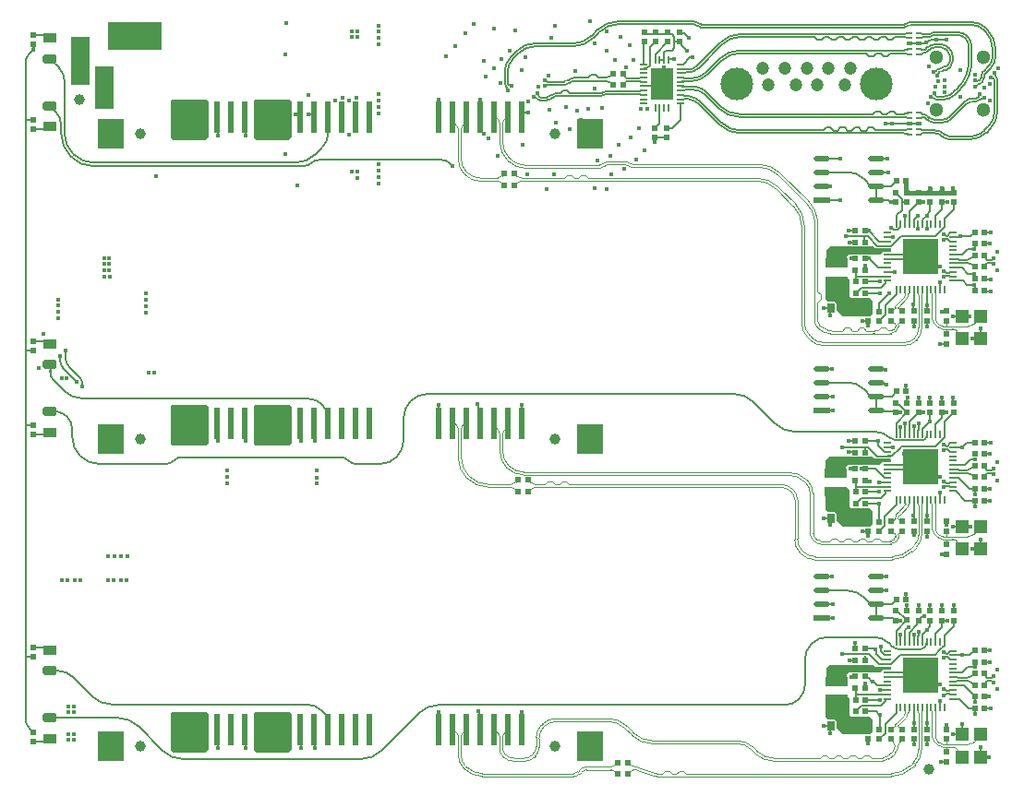
<source format=gbl>
G04*
G04 #@! TF.GenerationSoftware,Altium Limited,Altium Designer,24.0.1 (36)*
G04*
G04 Layer_Physical_Order=4*
G04 Layer_Color=12517376*
%FSLAX44Y44*%
%MOMM*%
G71*
G04*
G04 #@! TF.SameCoordinates,834C7623-C9C0-415B-A6F5-758E7DB2E3E9*
G04*
G04*
G04 #@! TF.FilePolarity,Positive*
G04*
G01*
G75*
%ADD10C,0.2032*%
%ADD15C,0.2540*%
%ADD17C,0.1524*%
%ADD23O,1.5000X0.5000*%
%ADD24R,1.5000X0.5000*%
%ADD28R,0.5000X0.5000*%
%ADD30R,0.5000X0.5000*%
%ADD31R,1.2700X0.8890*%
%ADD34R,1.2000X1.3000*%
%ADD36R,0.7500X0.8500*%
%ADD84C,0.1270*%
%ADD85C,0.1295*%
%ADD86C,0.3810*%
%ADD87C,0.1295*%
%ADD91C,1.0000*%
%ADD97C,1.1989*%
%ADD98C,2.9997*%
%ADD99R,1.8000X4.5000*%
%ADD100R,1.8000X4.0000*%
%ADD101R,5.0000X2.6000*%
%ADD102C,1.3000*%
%ADD103C,1.0000*%
%ADD104C,0.4000*%
%ADD105C,0.1090*%
%ADD106C,0.1090*%
%ADD107C,0.1016*%
%ADD108R,2.0000X0.8500*%
%ADD109R,2.4000X2.8000*%
%ADD110O,0.2000X0.7000*%
%ADD111O,0.7000X0.2000*%
%ADD112R,3.3000X3.3000*%
%ADD113R,0.7000X0.2000*%
%ADD114R,0.2000X0.7000*%
%ADD115R,2.0000X3.0000*%
%ADD116R,0.5650X0.2000*%
%ADD117R,0.5650X0.4000*%
G04:AMPARAMS|DCode=118|XSize=1.27mm|YSize=0.889mm|CornerRadius=0mm|HoleSize=0mm|Usage=FLASHONLY|Rotation=180.000|XOffset=0mm|YOffset=0mm|HoleType=Round|Shape=Octagon|*
%AMOCTAGOND118*
4,1,8,-0.6350,0.2223,-0.6350,-0.2223,-0.4128,-0.4445,0.4128,-0.4445,0.6350,-0.2223,0.6350,0.2223,0.4128,0.4445,-0.4128,0.4445,-0.6350,0.2223,0.0*
%
%ADD118OCTAGOND118*%

%ADD119R,0.6000X2.9000*%
G36*
X248209Y676664D02*
X248209Y643897D01*
X245415Y641104D01*
X215443D01*
X213157Y643390D01*
Y676664D01*
X214681Y678187D01*
X246684Y678187D01*
X248209Y676664D01*
D02*
G37*
G36*
X172008D02*
X172008Y643897D01*
X169214Y641104D01*
X139242D01*
X136957Y643390D01*
Y676664D01*
X138481Y678187D01*
X170485Y678187D01*
X172008Y676664D01*
D02*
G37*
G36*
X248209Y395928D02*
X248209Y363162D01*
X245415Y360368D01*
X215443D01*
X213157Y362654D01*
Y395928D01*
X214681Y397452D01*
X246684Y397453D01*
X248209Y395928D01*
D02*
G37*
G36*
X172008D02*
X172008Y363162D01*
X169214Y360368D01*
X139242D01*
X136957Y362654D01*
Y395928D01*
X138481Y397452D01*
X170485Y397453D01*
X172008Y395928D01*
D02*
G37*
G36*
X248209Y114501D02*
X248209Y81735D01*
X245415Y78941D01*
X215443D01*
X213157Y81228D01*
Y114501D01*
X214681Y116025D01*
X246684Y116025D01*
X248209Y114501D01*
D02*
G37*
G36*
X172008D02*
X172008Y81735D01*
X169214Y78941D01*
X139242D01*
X136957Y81228D01*
Y114501D01*
X138481Y116025D01*
X170485Y116025D01*
X172008Y114501D01*
D02*
G37*
G36*
X739394Y130556D02*
X737362Y128524D01*
X737362Y111506D01*
X739648Y109220D01*
X745998D01*
X747776Y107442D01*
Y101092D01*
X753618Y95250D01*
X778510D01*
X780796Y97536D01*
Y109220D01*
X778002Y112014D01*
X760984D01*
X759968Y113030D01*
Y128524D01*
X757936Y130556D01*
X739394D01*
D02*
G37*
G36*
X797306Y157734D02*
X798068Y156972D01*
Y154940D01*
X797814Y154686D01*
X790194D01*
X787654Y152146D01*
X758698D01*
X757174Y150622D01*
Y143764D01*
X755396Y141986D01*
X739394D01*
X738378Y143002D01*
Y156464D01*
X741426Y159512D01*
X781304D01*
X783082Y157734D01*
X795020D01*
X797306D01*
D02*
G37*
G36*
X739394Y321310D02*
X737362Y319278D01*
X737362Y302260D01*
X739648Y299974D01*
X745998D01*
X747776Y298196D01*
Y291846D01*
X753618Y286004D01*
X778510D01*
X780796Y288290D01*
Y299974D01*
X778002Y302768D01*
X760984D01*
X759968Y303784D01*
Y319278D01*
X757936Y321310D01*
X739394D01*
D02*
G37*
G36*
X796569Y348488D02*
X797331Y347726D01*
Y345694D01*
X797077Y345440D01*
X789457D01*
X786917Y342900D01*
X757961D01*
X756437Y341376D01*
Y334518D01*
X754659Y332740D01*
X738657D01*
X737641Y333756D01*
Y347218D01*
X740689Y350266D01*
X780567D01*
X782345Y348488D01*
X794283D01*
X796569D01*
D02*
G37*
G36*
X739394Y514350D02*
X737362Y512318D01*
X737362Y495300D01*
X739648Y493014D01*
X745998D01*
X747776Y491236D01*
Y484886D01*
X753618Y479044D01*
X778510D01*
X780796Y481330D01*
Y493014D01*
X778002Y495808D01*
X760984D01*
X759968Y496824D01*
Y512318D01*
X757936Y514350D01*
X739394D01*
D02*
G37*
G36*
X797306Y541528D02*
X798068Y540766D01*
Y538734D01*
X797814Y538480D01*
X790194D01*
X787654Y535940D01*
X758698D01*
X757174Y534416D01*
Y527558D01*
X755396Y525780D01*
X739394D01*
X738378Y526796D01*
Y540258D01*
X741426Y543306D01*
X781304D01*
X783082Y541528D01*
X795020D01*
X797306D01*
D02*
G37*
D10*
X774045Y220399D02*
G03*
X756085Y227838I-17960J-17960D01*
G01*
X7620Y720598D02*
G03*
X4064Y712013I8585J-8585D01*
G01*
Y109609D02*
G03*
X7620Y101024I12141J0D01*
G01*
X843665Y453970D02*
G03*
X842264Y453390I0J-1981D01*
G01*
X147746Y350012D02*
G03*
X140081Y346837I0J-10840D01*
G01*
X132416Y343662D02*
G03*
X140081Y346837I0J10840D01*
G01*
X299847D02*
G03*
X292182Y350012I-7665J-7665D01*
G01*
X299847Y346837D02*
G03*
X307512Y343662I7665J7665D01*
G01*
X54162Y350968D02*
G03*
X71801Y343662I17639J17639D01*
G01*
X46855Y368607D02*
G03*
X54162Y350968I24945J0D01*
G01*
X772947Y605291D02*
G03*
X757626Y611632I-15321J-15340D01*
G01*
X772956Y605282D02*
G03*
X772947Y605291I-15330J-15330D01*
G01*
Y412251D02*
G03*
X757626Y418592I-15321J-15340D01*
G01*
X772956Y412242D02*
G03*
X772947Y412251I-15330J-15330D01*
G01*
X828634Y366230D02*
G03*
X828640Y366236I-2150J2138D01*
G01*
D02*
G03*
X828641Y366237I-2156J2132D01*
G01*
X829515Y367111D02*
G03*
X830484Y369450I-2339J2339D01*
G01*
X828622Y366218D02*
G03*
X828634Y366230I-2138J2150D01*
G01*
X826484Y365336D02*
G03*
X828622Y366218I0J3032D01*
G01*
X826233Y365346D02*
G03*
X826484Y365336I252J3022D01*
G01*
X826233Y365346D02*
G03*
X826048Y365352I-156J-2026D01*
G01*
X824334Y173482D02*
G03*
X828683Y175283I0J6150D01*
G01*
D02*
G03*
X830484Y179632I-4349J4349D01*
G01*
X798837Y176269D02*
G03*
X805575Y173482I6738J6752D01*
G01*
X798830Y176276D02*
G03*
X798837Y176269I6745J6745D01*
G01*
X796036Y179070D02*
G03*
X782545Y184658I-13491J-13491D01*
G01*
X724783Y178683D02*
G03*
X718820Y164279I14417J-14404D01*
G01*
X724795Y178695D02*
G03*
X724789Y178689I14404J-14417D01*
G01*
X739199Y184658D02*
G03*
X724795Y178695I0J-20379D01*
G01*
X724789Y178689D02*
G03*
X724783Y178683I14410J-14410D01*
G01*
X700175Y122428D02*
G03*
X713359Y127889I0J18645D01*
G01*
D02*
G03*
X718820Y141073I-13184J13184D01*
G01*
X312059Y72898D02*
G03*
X330019Y80337I0J25400D01*
G01*
X382631Y122428D02*
G03*
X364670Y114988I0J-25400D01*
G01*
X275778Y117119D02*
G03*
X261723Y122936I-14055J-14072D01*
G01*
X275786Y117111D02*
G03*
X275778Y117119I-14063J-14063D01*
G01*
X129974Y80337D02*
G03*
X147935Y72898I17960J17960D01*
G01*
X107298Y103014D02*
G03*
X89338Y110453I-17960J-17960D01*
G01*
X65205Y130375D02*
G03*
X83165Y122936I17960J17960D01*
G01*
X47332Y148249D02*
G03*
X34144Y153709I-13187J-13194D01*
G01*
X47335Y148245D02*
G03*
X47332Y148249I-13191J-13191D01*
G01*
X392610Y620088D02*
G03*
X386299Y622702I-6311J-6311D01*
G01*
X272749D02*
G03*
X266131Y619961I0J-9358D01*
G01*
X259514Y617220D02*
G03*
X266131Y619961I0J9358D01*
G01*
X276350Y634491D02*
G03*
X281612Y647192I-12701J12701D01*
G01*
X251607Y620268D02*
G03*
X269568Y627707I0J25400D01*
G01*
X36830Y646791D02*
G03*
X45138Y626700I28448J0D01*
G01*
X47178Y624660D02*
G03*
X65139Y617220I17960J17960D01*
G01*
X48440Y627707D02*
G03*
X66401Y620268I17960J17960D01*
G01*
X39878Y646791D02*
G03*
X47318Y628830I25400J0D01*
G01*
X31632Y667199D02*
G03*
X31623Y667208I-12580J-12562D01*
G01*
X36830Y654637D02*
G03*
X31632Y667199I-17778J0D01*
G01*
X39878Y695313D02*
G03*
X35010Y707078I-16651J0D01*
G01*
D02*
G03*
X35001Y707087I-11783J-11765D01*
G01*
Y707087D02*
G03*
X34805Y707561I-670J-0D01*
G01*
X56339Y417878D02*
G03*
X54362Y422650I-6749J0D01*
G01*
X40386Y442341D02*
G03*
X44427Y432585I13797J0D01*
G01*
X35814Y438497D02*
G03*
X38622Y431718I9586J0D01*
G01*
X26417Y429403D02*
G03*
X30465Y419623I13840J0D01*
G01*
X26924Y433913D02*
G03*
X26417Y435136I-1730J0D01*
G01*
X30465Y419623D02*
G03*
X30471Y419617I9792J9780D01*
G01*
X39042Y411045D02*
G03*
X57003Y403606I17960J17960D01*
G01*
X46855Y375874D02*
G03*
X42252Y386986I-15715J0D01*
G01*
X33545Y391589D02*
G03*
X30436Y391880I-3108J-16419D01*
G01*
X42252Y386986D02*
G03*
X33545Y391589I-11816J-11816D01*
G01*
X276165Y398159D02*
G03*
X263015Y403606I-13149J-13149D01*
G01*
X281612Y385010D02*
G03*
X276165Y398159I-18596J0D01*
G01*
X344364Y349925D02*
G03*
X350627Y365047I-15121J15121D01*
G01*
X329242Y343662D02*
G03*
X344364Y349925I0J21385D01*
G01*
X372992Y407924D02*
G03*
X357187Y401383I0J-22365D01*
G01*
X357168Y401364D02*
G03*
X350627Y385559I15823J-15805D01*
G01*
X357178Y401373D02*
G03*
X357168Y401364I15814J-15814D01*
G01*
X357187Y401383D02*
G03*
X357178Y401373I15805J-15823D01*
G01*
X671649Y400485D02*
G03*
X653689Y407924I-17960J-17960D01*
G01*
X691314Y380820D02*
G03*
X709275Y373380I17960J17960D01*
G01*
X796449Y367691D02*
G03*
X802139Y365336I5690J5696D01*
G01*
X796446Y367694D02*
G03*
X796449Y367691I5693J5693D01*
G01*
X796446Y367694D02*
G03*
X782719Y373380I-13727J-13727D01*
G01*
X837117Y733298D02*
G03*
X834340Y732921I0J-10434D01*
G01*
X831970Y731940D02*
G03*
X829739Y730242I5147J-9076D01*
G01*
X834340Y732921D02*
G03*
X831970Y731940I2778J-10057D01*
G01*
X760476Y339344D02*
X764938D01*
X774045Y220399D02*
X779306Y215138D01*
X734306Y227838D02*
X756085D01*
X7620Y720598D02*
X11176Y724154D01*
X4064Y660400D02*
Y712013D01*
X7620Y101024D02*
X11176Y97468D01*
X4064Y109609D02*
Y166370D01*
X419328Y383197D02*
X421312Y381213D01*
X418590Y397864D02*
Y398397D01*
Y397864D02*
X419328Y397126D01*
Y383197D02*
Y397126D01*
X419960Y101137D02*
X421312Y99786D01*
X419584Y116435D02*
X419960Y116059D01*
Y101137D02*
Y116059D01*
X801624Y390724D02*
X806268D01*
X843665Y453970D02*
X848614D01*
X71801Y343662D02*
X132416D01*
X147746Y350012D02*
X292182D01*
X307512Y343662D02*
X329242D01*
X734306Y611632D02*
X757626D01*
X772956Y605282D02*
X779306Y598932D01*
X734306Y418592D02*
X757626D01*
X772956Y412242D02*
X779306Y405892D01*
X828640Y366236D02*
X828641Y366237D01*
X829515Y367111D01*
X830484Y369450D02*
Y370868D01*
X802139Y365336D02*
X824230D01*
X826048Y365352D01*
X830484Y179632D02*
Y180114D01*
X805575Y173482D02*
X824334D01*
X796036Y179070D02*
X798830Y176276D01*
X739199Y184658D02*
X782545D01*
X718820Y141073D02*
Y164279D01*
X382631Y122428D02*
X700175D01*
X147935Y72898D02*
X312059D01*
X330019Y80337D02*
X364670Y114988D01*
X83165Y122936D02*
X261723D01*
X275786Y117111D02*
X281612Y111286D01*
X107298Y103014D02*
X129974Y80337D01*
X26416Y110453D02*
X89338D01*
X47335Y148245D02*
X65205Y130375D01*
X26417Y153709D02*
X34144D01*
X392610Y620088D02*
X395224Y617474D01*
X272749Y622702D02*
X386299D01*
X65139Y617220D02*
X259514D01*
X269568Y627707D02*
X276350Y634491D01*
X281612Y647192D02*
Y661948D01*
X66401Y620268D02*
X251607D01*
X45138Y626700D02*
X47178Y624660D01*
X47318Y628830D02*
X48440Y627707D01*
X36830Y646791D02*
Y654637D01*
X39878Y646791D02*
Y695313D01*
X26416Y672415D02*
X31623Y667208D01*
X26695Y715671D02*
X34805Y707561D01*
X44427Y432585D02*
X54362Y422650D01*
X56339Y415083D02*
Y417878D01*
X40386Y442341D02*
Y448056D01*
X35814Y438497D02*
Y442468D01*
X38622Y431718D02*
X51166Y419174D01*
X26924Y426720D02*
Y433913D01*
X30471Y419617D02*
X39042Y411045D01*
X57003Y403606D02*
X263015D01*
X26416Y391880D02*
X30436D01*
X46855Y368607D02*
Y375874D01*
X281612Y381213D02*
Y385010D01*
X350627Y365047D02*
Y385559D01*
X372992Y407924D02*
X653689D01*
X671649Y400485D02*
X691314Y380820D01*
X709275Y373380D02*
X782719D01*
X604012Y740117D02*
X605176Y738952D01*
X612104Y734943D02*
X612104D01*
X608094Y738952D02*
X612104Y734943D01*
X605176Y738952D02*
X608094D01*
X4064Y448564D02*
Y660400D01*
X826500Y567805D02*
X830326Y571631D01*
X826500Y566392D02*
Y567805D01*
X830326Y571631D02*
Y572286D01*
X833628Y575588D01*
Y583764D01*
X251460Y664496D02*
X254228D01*
Y663932D02*
X256212Y661948D01*
X254228Y663932D02*
Y664496D01*
X266928Y664495D02*
X268912Y662512D01*
X263652Y664495D02*
X266928D01*
X268912Y661948D02*
Y662512D01*
X205501Y645486D02*
Y661858D01*
X205412Y661948D02*
X205501Y661858D01*
Y645486D02*
X205591Y645396D01*
X180101Y645486D02*
Y661858D01*
X180012Y661948D02*
X180101Y661858D01*
Y645486D02*
X180191Y645396D01*
X269001Y364751D02*
Y381123D01*
X268912Y381213D02*
X269001Y381123D01*
Y364751D02*
X269091Y364661D01*
X256301Y364751D02*
Y381123D01*
X256212Y381213D02*
X256301Y381123D01*
Y364751D02*
X256391Y364661D01*
X205501Y364751D02*
Y381123D01*
X205412Y381213D02*
X205501Y381123D01*
Y364751D02*
X205591Y364661D01*
X180101Y364751D02*
Y381123D01*
X180012Y381213D02*
X180101Y381123D01*
Y364751D02*
X180191Y364661D01*
X269001Y83324D02*
Y99696D01*
X268912Y99786D02*
X269001Y99696D01*
Y83324D02*
X269091Y83234D01*
X256301Y83324D02*
Y99696D01*
X256212Y99786D02*
X256301Y99696D01*
Y83324D02*
X256391Y83234D01*
X205501Y83324D02*
Y99696D01*
X205412Y99786D02*
X205501Y99696D01*
Y83324D02*
X205591Y83234D01*
X180101Y83324D02*
Y99696D01*
X180012Y99786D02*
X180101Y99696D01*
Y83324D02*
X180191Y83234D01*
X459322Y99875D02*
Y116247D01*
Y99875D02*
X459412Y99786D01*
X459232Y116337D02*
X459322Y116247D01*
X383122Y99875D02*
Y116247D01*
Y99875D02*
X383212Y99786D01*
X383032Y116337D02*
X383122Y116247D01*
X459412Y664004D02*
X461396Y665988D01*
X464820D01*
X459412Y661948D02*
Y664004D01*
X421222Y662037D02*
Y678409D01*
Y662037D02*
X421312Y661948D01*
X421132Y678499D02*
X421222Y678409D01*
X383122Y662037D02*
Y678409D01*
Y662037D02*
X383212Y661948D01*
X383032Y678499D02*
X383122Y678409D01*
X459322Y381302D02*
Y397674D01*
Y381302D02*
X459412Y381213D01*
X459232Y397764D02*
X459322Y397674D01*
X383032Y397764D02*
X383122Y397674D01*
Y381302D02*
X383212Y381213D01*
X383122Y381302D02*
Y397674D01*
X830484Y558896D02*
Y559295D01*
Y563908D01*
X281612Y99786D02*
Y111286D01*
X4962Y659502D02*
X11176D01*
X4064Y660400D02*
X4962Y659502D01*
X4064Y379222D02*
Y448564D01*
X4504Y448124D02*
X11176D01*
X4064Y448564D02*
X4504Y448124D01*
X4064Y166370D02*
Y379222D01*
X4386Y378900D02*
X11176D01*
X4064Y379222D02*
X4386Y378900D01*
X4064Y166370D02*
X4386Y166692D01*
X11176D01*
X23794Y737294D02*
X26417Y734671D01*
X11176Y737294D02*
X23794D01*
X24003Y651002D02*
X26416Y653415D01*
X11176Y651002D02*
X24003D01*
X23929Y456624D02*
X26417Y454136D01*
X11176Y456624D02*
X23929D01*
X11176Y370400D02*
X23936D01*
X26416Y372880D01*
X11176Y175192D02*
X23934D01*
X26417Y172709D01*
X11176Y88968D02*
X23931D01*
X26416Y91453D01*
X837117Y733298D02*
X848868D01*
X829363Y729865D02*
X829739Y730242D01*
X823702Y729865D02*
X829363D01*
X823325Y729488D02*
X823702Y729865D01*
X814975Y729488D02*
X823325D01*
X814975Y656082D02*
X823325D01*
X792480D02*
X798576D01*
X814975D01*
X879838Y74676D02*
X887730D01*
X879838D02*
Y83838D01*
X854538Y95676D02*
X862838D01*
Y104648D01*
X854837Y592891D02*
Y597027D01*
X585503Y690405D02*
X587502Y692404D01*
X570502Y690405D02*
X585503D01*
X604012Y731116D02*
X605496Y729632D01*
Y728226D02*
Y729632D01*
Y728226D02*
X610530Y723192D01*
X571246Y739834D02*
X572702Y738378D01*
X580712D02*
X582168Y739834D01*
X572702Y738378D02*
X580712D01*
X591570D02*
X593090Y739898D01*
X583624Y738378D02*
X591570D01*
X582168Y739834D02*
X583624Y738378D01*
X599022Y725335D02*
Y736093D01*
X596700Y738414D02*
X599022Y736093D01*
X593090Y739898D02*
X594574Y738414D01*
X596700D01*
X591504Y722990D02*
X596677D01*
X599022Y725335D01*
X589504Y720989D02*
X591504Y722990D01*
X589504Y714406D02*
Y720989D01*
X599336Y731116D02*
X604012D01*
X585503Y714406D02*
X589504D01*
X854710Y597154D02*
X854837Y597027D01*
X776986Y558038D02*
X787116Y547908D01*
X794484D01*
X777113Y532257D02*
X785462Y523908D01*
X773938Y532384D02*
X774065Y532257D01*
X777113D01*
X785462Y523908D02*
X794484D01*
X823051Y583855D02*
X823096Y583810D01*
X827559D02*
X827604Y583855D01*
X823096Y583810D02*
X827559D01*
X814484Y575288D02*
X823051Y583855D01*
X794854Y586232D02*
X797140Y583946D01*
X801533Y583855D02*
X801624Y583764D01*
X797651Y583855D02*
X801533D01*
X784306Y586232D02*
X794854D01*
X797140Y583946D02*
X797560D01*
X797651Y583855D01*
X734306Y624332D02*
X750824D01*
X794484Y551908D02*
X799098D01*
Y551929D01*
X794484Y531908D02*
X822484D01*
X824484Y533908D01*
X794484Y535908D02*
X822484D01*
X824484Y533908D01*
X871982Y458470D02*
X872362D01*
X879838D01*
X879862Y458493D01*
Y467868D01*
X854284Y479470D02*
X862838D01*
X870032D01*
X735838Y486918D02*
X742304D01*
X742134Y486749D02*
X742304Y486918D01*
X742134Y479901D02*
Y486749D01*
X776161Y474807D02*
X776224Y474870D01*
X771413Y474807D02*
X776161D01*
X771350Y474743D02*
X771413Y474807D01*
X776224Y470408D02*
Y474870D01*
X812292Y399442D02*
X812419Y399569D01*
Y404749D01*
X812546Y404876D01*
X822833Y399851D02*
X822960Y399724D01*
X822833Y399851D02*
Y404749D01*
X822706Y404876D02*
X822833Y404749D01*
X854837Y399851D02*
Y404749D01*
X854710Y404876D02*
X854837Y404749D01*
Y399851D02*
X854964Y399724D01*
X844169Y399851D02*
Y404749D01*
X844042Y404876D02*
X844169Y404749D01*
Y399851D02*
X844296Y399724D01*
X883480Y352806D02*
X888492D01*
X883607Y310007D02*
X888111D01*
X883480Y310134D02*
X883607Y310007D01*
X888111D02*
X888238Y309880D01*
X883480Y320802D02*
X888238D01*
X854284Y286430D02*
X862838D01*
X879838Y265430D02*
Y274084D01*
X871097Y265053D02*
X871985D01*
X872362Y265430D01*
X879838D01*
X862838Y286430D02*
X870314D01*
X794500Y350884D02*
X798626D01*
X805952Y358210D01*
X805952D02*
X807142Y359400D01*
X837936D01*
X794484Y358868D02*
X794500Y358852D01*
X799152D01*
X799181Y358823D01*
X794484Y338868D02*
X822484D01*
X824484Y340868D01*
X822484Y342868D02*
X824484Y340868D01*
X794484Y342868D02*
X822484D01*
X771288Y281830D02*
X776224D01*
X742188Y103008D02*
X742304Y103124D01*
X742188Y96266D02*
Y103008D01*
X735584Y103124D02*
X742304D01*
X812292Y208688D02*
Y214122D01*
X822960Y208970D02*
Y214122D01*
X833628Y208970D02*
Y214122D01*
X844296Y208970D02*
Y214122D01*
X854964Y208970D02*
Y214122D01*
X794484Y152114D02*
X822484D01*
X824484Y150114D01*
X822484Y148114D02*
X824484Y150114D01*
X794484Y148114D02*
X822484D01*
X821643Y198653D02*
X826575Y203585D01*
X827559D02*
X827935Y203962D01*
X826575Y203585D02*
X827559D01*
X874480Y130048D02*
X874501Y130027D01*
X864414Y140114D02*
X874480Y130048D01*
X780796Y144018D02*
X781329D01*
X780264D02*
X780796D01*
X786511Y307213D02*
X786765Y306959D01*
Y290739D02*
Y306959D01*
Y290739D02*
X786892Y290613D01*
X756412Y552450D02*
X773176D01*
X764866Y174062D02*
X764938Y173990D01*
X764866Y174062D02*
Y179252D01*
X764794Y179324D02*
X764866Y179252D01*
X783967Y169295D02*
X789132Y164130D01*
X794468D01*
X794484Y164114D01*
X783967Y169295D02*
Y172938D01*
X783590Y173314D02*
X783967Y172938D01*
X826484Y186962D02*
X830682Y191160D01*
X854484Y168114D02*
X869874D01*
X773938Y173990D02*
X782382D01*
X792016Y140114D02*
X794484D01*
X791378Y140752D02*
X792016Y140114D01*
X784595Y140752D02*
X791378D01*
X781329Y144018D02*
X784595Y140752D01*
X773938Y148590D02*
X775422Y147106D01*
X777176D01*
X780264Y144018D01*
X814484Y563908D02*
Y575288D01*
X779306Y598932D02*
X784306D01*
X797886D02*
X802458Y603504D01*
X784306Y598932D02*
X797886D01*
X784306Y586232D02*
Y598932D01*
X779306Y405892D02*
X784306D01*
Y393192D02*
Y405892D01*
X798140D01*
X802458Y410210D01*
X784306Y393192D02*
X790109D01*
X791269Y392032D02*
X800315D01*
X790109Y393192D02*
X791269Y392032D01*
X800315D02*
X801624Y390724D01*
X779306Y215138D02*
X784306D01*
Y202438D02*
Y215138D01*
X798140D01*
X802458Y219456D01*
X799156Y202438D02*
X801624Y199970D01*
X784306Y202438D02*
X799156D01*
X801624Y199970D02*
X806268D01*
X787278Y100244D02*
Y113415D01*
X773688Y116586D02*
X784327D01*
X787122Y113792D01*
X787654D01*
X786892Y99859D02*
X787278Y100244D01*
X787654Y136398D02*
X787922Y136130D01*
X794468D01*
X794484Y136114D01*
X773688Y127254D02*
X773836Y127107D01*
X787462D01*
X787610Y126959D01*
X783082Y339344D02*
X791542Y330884D01*
X794468D01*
X773938Y339344D02*
X783082D01*
X794468Y330884D02*
X794484Y330868D01*
X830481Y100231D02*
X830637Y100076D01*
X830484Y105568D02*
Y120114D01*
X830326Y105410D02*
X830481Y105255D01*
X830326Y105410D02*
X830484Y105568D01*
X830481Y100231D02*
Y105255D01*
X818500Y105664D02*
Y120098D01*
Y100472D02*
Y105664D01*
X874501Y114575D02*
Y119359D01*
X874480Y119380D02*
X874501Y119359D01*
Y114575D02*
X874522Y114554D01*
X874501Y125243D02*
X874522Y125222D01*
X874501Y125243D02*
Y130027D01*
X874480Y157408D02*
Y162052D01*
X867979Y157408D02*
X874480D01*
X862685Y152114D02*
X867979Y157408D01*
X869908Y168148D02*
X874480Y172720D01*
X862584Y168148D02*
X869908D01*
X844296Y199970D02*
X848940D01*
X844296Y193613D02*
Y199970D01*
X833628Y194335D02*
Y199970D01*
X830834Y191541D02*
X833628Y194335D01*
X837936Y168646D02*
X841788Y172498D01*
Y172524D01*
X806440Y168646D02*
X837936D01*
X846484Y177194D02*
Y186084D01*
X844299Y175035D02*
X844325D01*
X846484Y177194D01*
X841788Y172524D02*
X844299Y175035D01*
X794500Y160130D02*
X797924D01*
X806440Y168646D01*
X794484Y160114D02*
X794500Y160130D01*
X786290Y160114D02*
X794484D01*
X752813Y168864D02*
X777541D01*
X786290Y160114D01*
X773938Y163322D02*
Y167894D01*
X818134Y295910D02*
X818468Y296244D01*
X818134Y295910D02*
X818511Y295533D01*
X818468Y296244D02*
Y310852D01*
X818511Y291215D02*
Y295533D01*
Y291215D02*
X818896Y290830D01*
X830552Y290914D02*
X830637Y290830D01*
X830468Y296306D02*
X830552Y296222D01*
Y290914D02*
Y296222D01*
X818468Y310852D02*
X818484Y310868D01*
X830468Y310852D02*
X830484Y310868D01*
X830468Y296306D02*
Y310852D01*
X773688Y307340D02*
X773815Y307213D01*
X786511D01*
X773942Y318262D02*
X786384D01*
X786638Y318516D01*
X773688Y318008D02*
X773942Y318262D01*
X786366Y326900D02*
X786398Y326868D01*
X794484D01*
X773938Y328676D02*
X774578Y328037D01*
X778278D02*
X778654Y327660D01*
X774578Y328037D02*
X778278D01*
X790728Y355836D02*
X791048D01*
X792016Y354868D02*
X794484D01*
X786205Y360359D02*
X790728Y355836D01*
X786205Y360359D02*
Y363539D01*
X791048Y355836D02*
X792016Y354868D01*
X785762Y363982D02*
X786205Y363539D01*
X785681Y364596D02*
X785828Y364449D01*
X773938Y364744D02*
X774086Y364596D01*
X785681D01*
X773938Y358870D02*
X776764D01*
X773938Y354076D02*
Y358870D01*
X753078D02*
X773938D01*
X776764D02*
X784766Y350868D01*
X752856Y358648D02*
X753078Y358870D01*
X842500Y120130D02*
Y126379D01*
Y310884D02*
Y317133D01*
X874501Y305075D02*
X874522Y305054D01*
X874480Y310134D02*
X874501Y310113D01*
Y305075D02*
Y310113D01*
X869950Y320802D02*
X874480D01*
X854500Y330852D02*
X859900D01*
X869950Y320802D01*
X874480D02*
X874501Y320781D01*
Y315997D02*
Y320781D01*
Y315997D02*
X874522Y315976D01*
X854484Y330868D02*
X854500Y330852D01*
X874252Y347933D02*
X874628Y348310D01*
X870202Y347933D02*
X874252D01*
X865137Y342868D02*
X870202Y347933D01*
X854484Y342868D02*
X865137D01*
X867277Y363474D02*
X874480D01*
X862671Y358868D02*
X867277Y363474D01*
X844296Y386080D02*
Y390724D01*
X838484Y380268D02*
X844296Y386080D01*
X838484Y370868D02*
Y380268D01*
X826484Y370868D02*
Y375634D01*
X833628Y382778D01*
Y390724D01*
X844296D02*
X848903D01*
X822960D02*
X827604D01*
X814484Y382248D02*
X822960Y390724D01*
X883480Y363474D02*
X888746D01*
X837936Y359400D02*
X841788Y363252D01*
Y363278D02*
X844299Y365789D01*
X846484Y367948D02*
Y382244D01*
X841788Y363252D02*
Y363278D01*
X844325Y365789D02*
X846484Y367948D01*
X844299Y365789D02*
X844325D01*
X794484Y350868D02*
X794500Y350884D01*
X846484Y382244D02*
X854964Y390724D01*
X743839Y215265D02*
X743966Y215392D01*
X734433Y215265D02*
X743839D01*
X734306Y215138D02*
X734433Y215265D01*
X734306Y202438D02*
X743966D01*
X784306Y227838D02*
X784433Y227711D01*
X793623D01*
X793750Y227584D01*
X784306Y240538D02*
X793750D01*
X806771Y552704D02*
X838068D01*
X797975Y543908D02*
X806771Y552704D01*
X785274Y543908D02*
X797975D01*
X846484Y563908D02*
Y568608D01*
Y561120D02*
Y563908D01*
X838068Y552704D02*
X846484Y561120D01*
Y568608D02*
X854964Y577088D01*
Y583764D01*
X874480Y541202D02*
Y545846D01*
X830580Y489712D02*
X830608Y489684D01*
X830500Y489792D02*
X830580Y489712D01*
X776732Y552450D02*
X785274Y543908D01*
X773176Y552450D02*
X776732D01*
X773390Y547664D02*
Y552236D01*
X773176Y552450D02*
X773390Y552236D01*
Y547664D02*
X773938Y547116D01*
X773815Y500507D02*
X787273D01*
X787400Y500634D01*
X773688Y500380D02*
X773815Y500507D01*
X773969Y511048D02*
X787542D01*
X773828Y511188D02*
X773969Y511048D01*
X818388Y484378D02*
Y489966D01*
Y484378D02*
X818896Y483870D01*
X818388Y489966D02*
X818500Y490078D01*
Y503892D01*
X818484Y503908D02*
X818500Y503892D01*
X830608Y483898D02*
Y489684D01*
X830500Y489792D02*
Y503892D01*
X830608Y483898D02*
X830637Y483870D01*
X830484Y503908D02*
X830500Y503892D01*
X867936Y518486D02*
X874244D01*
X874362Y513960D02*
X874480Y513842D01*
X874362Y513960D02*
Y518371D01*
X863398Y511908D02*
X867306Y508000D01*
X874268D01*
X874374Y503280D02*
X874480Y503174D01*
X854484Y511908D02*
X863398D01*
X874268Y508000D02*
X874374Y507894D01*
Y503280D02*
Y507894D01*
X854484Y523908D02*
X862514D01*
X867936Y518486D01*
X862705Y535908D02*
X867999Y541202D01*
X874268D01*
X854484Y535908D02*
X862705D01*
X870416Y552450D02*
X874480Y556514D01*
X861314Y552450D02*
X870416D01*
X860781D02*
X861314D01*
X860256Y551924D02*
X860781Y552450D01*
X854500Y551924D02*
X860256D01*
X854484Y551908D02*
X854500Y551924D01*
X844296Y577342D02*
Y583764D01*
X838484Y563908D02*
Y571530D01*
X844296Y577342D01*
Y583764D02*
X848940D01*
X824484Y533908D02*
X833120Y525272D01*
X842518D01*
X842484Y503908D02*
X842500Y503924D01*
Y510173D02*
X842530Y510204D01*
X842500Y503924D02*
Y510173D01*
X759460Y163322D02*
X764938D01*
X776224Y87122D02*
Y91004D01*
X818896Y86360D02*
Y91076D01*
X830637Y86557D02*
Y91076D01*
X843570Y70140D02*
X848578D01*
X848614Y70176D01*
X843534Y70104D02*
X843570Y70140D01*
X848614Y100004D02*
Y103886D01*
X883480Y119380D02*
X888746D01*
X883480Y130048D02*
X887222D01*
X883480Y162052D02*
X887984D01*
X883480Y172720D02*
X888492D01*
X833628Y399724D02*
Y404876D01*
X844622Y260930D02*
X848614D01*
Y288036D02*
Y290758D01*
X830637Y277057D02*
Y281830D01*
X818896Y278638D02*
Y281830D01*
X776224Y277876D02*
Y281830D01*
X773684Y339598D02*
X773938Y339344D01*
X771216Y339598D02*
X773684D01*
X770962Y339852D02*
X771216Y339598D01*
X854484Y128114D02*
X860200D01*
X868934Y119380D02*
X874480D01*
X854484Y152114D02*
X862685D01*
X860200Y128114D02*
X868934Y119380D01*
X854484Y140114D02*
X864414D01*
X846484Y186084D02*
X854964Y194564D01*
X826484Y180114D02*
Y186962D01*
X814500Y188898D02*
X821643Y196041D01*
X838484Y180114D02*
Y187801D01*
X814484Y180114D02*
X814500Y180130D01*
Y188898D01*
X838484Y187801D02*
X844296Y193613D01*
X818484Y120114D02*
X818500Y120098D01*
X854964Y194564D02*
Y199970D01*
X821643Y196041D02*
Y198653D01*
X818500Y100472D02*
X818896Y100076D01*
X784766Y350868D02*
X794484D01*
X883480Y556514D02*
X888746D01*
X814484Y370868D02*
Y382248D01*
X854484Y358868D02*
X862671D01*
X854484Y318868D02*
X856952D01*
X865686Y310134D01*
X874480D01*
X794499Y519923D02*
X800847D01*
X794484Y519908D02*
X794499Y519923D01*
X800847D02*
X800862Y519938D01*
D15*
X11176Y724154D02*
Y728794D01*
D17*
X615054Y716635D02*
X615527Y717109D01*
X607002Y710402D02*
X613234Y716635D01*
X615054D01*
X604502Y710402D02*
X607002D01*
X585500Y656299D02*
Y670403D01*
X581152Y651950D02*
X585500Y656299D01*
X604502Y659620D02*
Y674403D01*
X596832Y651950D02*
X604502Y659620D01*
X592328Y651950D02*
X596832D01*
X573754Y706643D02*
X576818Y709707D01*
Y725984D02*
X582168Y731334D01*
X576818Y709707D02*
Y725984D01*
X570502Y730590D02*
X571246Y731334D01*
X570740Y706643D02*
X573754D01*
X570502Y706404D02*
X570740Y706643D01*
X570502Y710405D02*
Y730590D01*
X581502Y719811D02*
X593090Y731398D01*
X581502Y714406D02*
Y719811D01*
X807466Y583982D02*
Y586922D01*
Y576834D02*
Y583982D01*
Y583982D02*
X807466Y583982D01*
X812292D01*
X801624Y592764D02*
X803318Y591070D01*
X807466Y586922D01*
X802484Y571852D02*
X807466Y576834D01*
X802484Y563908D02*
Y571852D01*
X788290Y312674D02*
X792434Y316818D01*
X770522Y312674D02*
X788290D01*
X792654Y318868D02*
X794484D01*
X792434Y318648D02*
X792654Y318868D01*
X792434Y316818D02*
Y318648D01*
X765188Y307340D02*
X770522Y312674D01*
X765188Y322868D02*
X794484D01*
X765188D02*
Y328426D01*
Y318008D02*
Y322868D01*
X764938Y328676D02*
X765188Y328426D01*
X788036Y505460D02*
X792434Y509858D01*
Y511688D01*
X792654Y511908D01*
X794484D01*
X770268Y505460D02*
X788036D01*
X765188Y500380D02*
X770268Y505460D01*
X765227Y512497D02*
X765932Y511792D01*
X765302Y515908D02*
X794484D01*
X765302D02*
Y521352D01*
Y512572D02*
Y515908D01*
X764938Y521716D02*
X765302Y521352D01*
X764938Y521716D02*
Y522779D01*
X792483Y489244D02*
X802393Y499154D01*
X788416Y476676D02*
X792483Y480744D01*
X788416Y475488D02*
Y476676D01*
X792483Y480744D02*
Y489244D01*
X802393Y499154D02*
Y503817D01*
X802484Y503908D01*
D23*
X734306Y598932D02*
D03*
Y611632D02*
D03*
Y624332D02*
D03*
X784306Y586232D02*
D03*
Y598932D02*
D03*
Y611632D02*
D03*
Y624332D02*
D03*
Y431292D02*
D03*
Y418592D02*
D03*
Y405892D02*
D03*
Y393192D02*
D03*
X734306Y431292D02*
D03*
Y418592D02*
D03*
Y405892D02*
D03*
X784306Y240538D02*
D03*
Y227838D02*
D03*
Y215138D02*
D03*
Y202438D02*
D03*
X734306Y240538D02*
D03*
Y227838D02*
D03*
Y215138D02*
D03*
D24*
Y586232D02*
D03*
Y393192D02*
D03*
Y202438D02*
D03*
D28*
X11176Y166692D02*
D03*
Y175192D02*
D03*
Y97468D02*
D03*
Y88968D02*
D03*
Y659502D02*
D03*
Y651002D02*
D03*
Y378900D02*
D03*
Y370400D02*
D03*
Y448124D02*
D03*
Y456624D02*
D03*
X593090Y739898D02*
D03*
Y731398D02*
D03*
X604012Y740117D02*
D03*
Y731116D02*
D03*
X571246Y731334D02*
D03*
Y739834D02*
D03*
X582168Y731334D02*
D03*
Y739834D02*
D03*
X581152Y651950D02*
D03*
Y643450D02*
D03*
X592328Y651950D02*
D03*
Y643450D02*
D03*
X801624Y390724D02*
D03*
Y399724D02*
D03*
X797560Y474870D02*
D03*
Y483870D02*
D03*
X812292Y208688D02*
D03*
Y200188D02*
D03*
X801624Y199970D02*
D03*
Y208970D02*
D03*
X822960Y199970D02*
D03*
Y208970D02*
D03*
X830637Y100076D02*
D03*
Y91076D02*
D03*
X833628Y199970D02*
D03*
Y208970D02*
D03*
X854964Y199970D02*
D03*
Y208970D02*
D03*
X844296Y199970D02*
D03*
Y208970D02*
D03*
X848614Y70176D02*
D03*
Y79176D02*
D03*
Y100004D02*
D03*
Y91004D02*
D03*
X797560D02*
D03*
Y100004D02*
D03*
X818896Y100076D02*
D03*
Y91076D02*
D03*
X786892Y99859D02*
D03*
Y91358D02*
D03*
X808228Y91004D02*
D03*
Y100004D02*
D03*
X776224D02*
D03*
Y91004D02*
D03*
X822960Y390724D02*
D03*
Y399724D02*
D03*
X833628Y390724D02*
D03*
Y399724D02*
D03*
X812292Y390942D02*
D03*
Y399442D02*
D03*
X844296Y390724D02*
D03*
Y399724D02*
D03*
X854964Y390724D02*
D03*
Y399724D02*
D03*
X830637Y290830D02*
D03*
Y281830D02*
D03*
X848614Y290758D02*
D03*
Y281758D02*
D03*
X797560Y281830D02*
D03*
Y290830D02*
D03*
X786892Y290613D02*
D03*
Y282113D02*
D03*
X808228Y281830D02*
D03*
Y290830D02*
D03*
X818896Y290830D02*
D03*
Y281830D02*
D03*
X776224Y290830D02*
D03*
Y281830D02*
D03*
X848614Y260930D02*
D03*
Y269930D02*
D03*
X833628Y583764D02*
D03*
Y592764D02*
D03*
X830637Y483870D02*
D03*
Y474870D02*
D03*
X844296Y583764D02*
D03*
Y592764D02*
D03*
X822960Y583764D02*
D03*
Y592764D02*
D03*
X818896Y483870D02*
D03*
Y474870D02*
D03*
X812292Y592482D02*
D03*
Y583982D02*
D03*
X801624Y583764D02*
D03*
Y592764D02*
D03*
X848614Y453970D02*
D03*
Y462970D02*
D03*
X854964Y583764D02*
D03*
Y592764D02*
D03*
X848614Y483798D02*
D03*
Y474798D02*
D03*
X808228Y474870D02*
D03*
Y483870D02*
D03*
X776224D02*
D03*
Y474870D02*
D03*
X786892Y483652D02*
D03*
Y475153D02*
D03*
X11176Y737294D02*
D03*
Y728794D02*
D03*
D30*
X811458Y219456D02*
D03*
X802458D02*
D03*
X765188Y307340D02*
D03*
X773688D02*
D03*
X765188Y318008D02*
D03*
X773688D02*
D03*
X773938Y328676D02*
D03*
X764938D02*
D03*
X547442Y58928D02*
D03*
X556442D02*
D03*
X547442Y69596D02*
D03*
X556442D02*
D03*
X764938Y137922D02*
D03*
X773938D02*
D03*
X773688Y127254D02*
D03*
X765188D02*
D03*
X773688Y116586D02*
D03*
X765188D02*
D03*
X773938Y173990D02*
D03*
X764938D02*
D03*
X773938Y163322D02*
D03*
X764938D02*
D03*
X773938Y148590D02*
D03*
X764938D02*
D03*
X874480Y162052D02*
D03*
X883480D02*
D03*
X874480Y151384D02*
D03*
X883480D02*
D03*
X874480Y130048D02*
D03*
X883480D02*
D03*
X874480Y172720D02*
D03*
X883480D02*
D03*
X874480Y119380D02*
D03*
X883480D02*
D03*
X874480Y140716D02*
D03*
X883480D02*
D03*
X874480Y363474D02*
D03*
X883480D02*
D03*
X874480Y331470D02*
D03*
X883480D02*
D03*
X874480Y352806D02*
D03*
X883480D02*
D03*
X874480Y320802D02*
D03*
X883480D02*
D03*
X773938Y364744D02*
D03*
X764938D02*
D03*
X773938Y354076D02*
D03*
X764938D02*
D03*
X773938Y339344D02*
D03*
X764938D02*
D03*
X874480Y342138D02*
D03*
X883480D02*
D03*
X874480Y310134D02*
D03*
X883480D02*
D03*
X802458Y410210D02*
D03*
X811458D02*
D03*
X773938Y547116D02*
D03*
X764938D02*
D03*
X773938Y557784D02*
D03*
X764938D02*
D03*
X802458Y603504D02*
D03*
X811458D02*
D03*
X874480Y556514D02*
D03*
X883480D02*
D03*
X773938Y532384D02*
D03*
X764938D02*
D03*
X874480Y513842D02*
D03*
X883480D02*
D03*
X874480Y545846D02*
D03*
X883480D02*
D03*
X874480Y503174D02*
D03*
X883480D02*
D03*
X764938Y521716D02*
D03*
X773938D02*
D03*
X773688Y511048D02*
D03*
X765188D02*
D03*
X874480Y524510D02*
D03*
X883480D02*
D03*
X874480Y535178D02*
D03*
X883480D02*
D03*
X773688Y500380D02*
D03*
X765188D02*
D03*
X455748Y328930D02*
D03*
X464748D02*
D03*
X455748Y318262D02*
D03*
X464748D02*
D03*
X443302Y610108D02*
D03*
X452302D02*
D03*
X443302Y599440D02*
D03*
X452302D02*
D03*
X552124Y691388D02*
D03*
X543124D02*
D03*
X552124Y702056D02*
D03*
X543124D02*
D03*
D31*
X26417Y454136D02*
D03*
Y734671D02*
D03*
X26416Y653415D02*
D03*
Y372880D02*
D03*
X26417Y172709D02*
D03*
X26416Y91453D02*
D03*
D34*
X879838Y95676D02*
D03*
Y74676D02*
D03*
X862838D02*
D03*
Y95676D02*
D03*
X879838Y286430D02*
D03*
Y265430D02*
D03*
X862838D02*
D03*
Y286430D02*
D03*
X879838Y479470D02*
D03*
Y458470D02*
D03*
X862838D02*
D03*
Y479470D02*
D03*
D36*
X742304Y103124D02*
D03*
X756804D02*
D03*
X742304Y293878D02*
D03*
X756804D02*
D03*
X742304Y486918D02*
D03*
X756804D02*
D03*
D84*
X804349Y207663D02*
G03*
X804837Y207637I488J4512D01*
G01*
X822484Y559295D02*
Y563908D01*
X818579Y564003D02*
Y567881D01*
X822198Y571500D01*
X818484Y563908D02*
X818579Y564003D01*
X804031Y558757D02*
X806484Y561210D01*
X800374Y558757D02*
X804031D01*
X806484Y561210D02*
Y563908D01*
X798839Y560292D02*
X800374Y558757D01*
X798100Y560292D02*
X798839D01*
X810344Y564048D02*
Y571354D01*
X810198Y571500D02*
X810344Y571354D01*
Y564048D02*
X810484Y563908D01*
X794258Y624332D02*
X794512Y624078D01*
X784306Y624332D02*
X794258D01*
X784306Y611632D02*
X795020D01*
X734306Y598932D02*
X742188D01*
X751078Y586232D02*
X751332Y585978D01*
X734587Y586232D02*
X751078D01*
X734306D02*
Y586513D01*
X734587Y586232D01*
X823117Y185931D02*
Y189648D01*
X822624Y185438D02*
X823117Y185931D01*
X822484Y180114D02*
X822624Y180254D01*
X823117Y189648D02*
X823304Y189836D01*
X822624Y180254D02*
Y185438D01*
X788036Y121666D02*
X792450Y126080D01*
X770268Y121666D02*
X788036D01*
X792450Y127777D02*
X792787Y128114D01*
X794484D01*
X792450Y126080D02*
Y127777D01*
X765188Y116586D02*
X770268Y121666D01*
X765188Y132463D02*
Y137672D01*
Y127254D02*
Y132463D01*
X765537Y132114D01*
X794484D01*
X764938Y137922D02*
X765188Y137672D01*
X786892Y91358D02*
X792226Y96692D01*
Y105192D02*
X802484Y115450D01*
X792226Y96692D02*
Y105192D01*
X802484Y190380D02*
X812292Y200188D01*
X802484Y180114D02*
Y190380D01*
X810484Y190943D02*
X813597Y194056D01*
X810484Y180114D02*
Y190943D01*
X803489Y207663D02*
X804349D01*
X804837Y207637D02*
X810427Y202047D01*
X801624Y208970D02*
X803489Y207663D01*
X810427Y202047D02*
X812286Y200188D01*
X791972Y287192D02*
Y295693D01*
X802484Y306204D01*
X786892Y282113D02*
X791972Y287192D01*
X802484Y381134D02*
X812292Y390942D01*
X802484Y370868D02*
Y381134D01*
X801624Y399724D02*
X803258Y398090D01*
X805144D02*
X812292Y390942D01*
X803258Y398090D02*
X805144D01*
X806436Y180161D02*
Y186896D01*
Y180161D02*
X806484Y180114D01*
X810198Y381340D02*
X810484Y381054D01*
Y370868D02*
Y381054D01*
X822624Y374024D02*
X823339Y374739D01*
Y380832D01*
X822624Y371008D02*
Y374024D01*
X822484Y370868D02*
X822624Y371008D01*
X758698Y354584D02*
X764430D01*
X764938Y354076D01*
X758680Y364744D02*
X764938D01*
X758547Y364611D02*
X758680Y364744D01*
X743331Y431165D02*
X743458Y431038D01*
X734306Y431292D02*
X734433Y431165D01*
X743331D01*
X802484Y115450D02*
Y120114D01*
X818624Y180254D02*
Y186960D01*
X818786Y187123D01*
X818484Y180114D02*
X818624Y180254D01*
Y378060D02*
X818770Y378206D01*
X818624Y371008D02*
Y378060D01*
X818484Y370868D02*
X818624Y371008D01*
X806389Y377698D02*
X806436Y377650D01*
Y370915D02*
Y377650D01*
Y370915D02*
X806484Y370868D01*
X792079Y416828D02*
X792974D01*
X793496Y416306D01*
X784306Y418592D02*
X790315D01*
X792079Y416828D01*
X784306Y431292D02*
X784814Y430784D01*
X792480D01*
X792988Y430276D01*
X734306Y393192D02*
X744728D01*
X734306Y405892D02*
X744220D01*
X802484Y306204D02*
Y310868D01*
D85*
X893608Y723562D02*
G03*
X885441Y743279I-27884J0D01*
G01*
X885384Y743336D02*
G03*
X870311Y749579I-15074J-15074D01*
G01*
X883909Y701944D02*
G03*
X883526Y701488I2426J-2426D01*
G01*
D02*
G03*
X882904Y699518I2809J-1971D01*
G01*
X881269Y694604D02*
G03*
X882904Y698552I-3951J3948D01*
G01*
X881268Y694603D02*
G03*
X881269Y694604I-3950J3950D01*
G01*
X878687Y692611D02*
G03*
X879694Y693029I0J1425D01*
G01*
X878687Y692611D02*
G03*
X877680Y692195I0J-1425D01*
G01*
D02*
G03*
X877679Y692194I1007J-1009D01*
G01*
X875030Y690277D02*
G03*
X876279Y690795I0J1767D01*
G01*
X815840Y749579D02*
G03*
X811009Y747581I0J-6839D01*
G01*
X622308Y747768D02*
G03*
X624046Y747050I1738J1745D01*
G01*
X809734D02*
G03*
X811003Y747575I0J1797D01*
G01*
X547050Y749833D02*
G03*
X528738Y742249I0J-25896D01*
G01*
X505457Y729488D02*
G03*
X523417Y736927I0J25400D01*
G01*
X469600Y729488D02*
G03*
X455684Y723726I0J-19686D01*
G01*
X449139Y717181D02*
G03*
X443434Y703408I13773J-13773D01*
G01*
X444829Y690256D02*
G03*
X444833Y690252I3382J3374D01*
G01*
X443434Y693631D02*
G03*
X444829Y690256I4777J0D01*
G01*
X445673Y688232D02*
G03*
X446190Y686982I1767J0D01*
G01*
X444843Y690243D02*
G03*
X444838Y690247I-2020J-2011D01*
G01*
X445673Y688232D02*
G03*
X444843Y690243I-2850J0D01*
G01*
X622305Y747771D02*
G03*
X617327Y749833I-4978J-4978D01*
G01*
X891043Y723528D02*
G03*
X883603Y741489I-25400J0D01*
G01*
X883594Y741498D02*
G03*
X870264Y747014I-13330J-13348D01*
G01*
X883603Y741489D02*
G03*
X883594Y741498I-13339J-13339D01*
G01*
X886981Y708571D02*
G03*
X891043Y718377I-9805J9805D01*
G01*
X881371Y702961D02*
G03*
X880339Y699866I4124J-3095D01*
G01*
X815859Y747014D02*
G03*
X812805Y745749I0J-4318D01*
G01*
X876712Y695177D02*
G03*
X879276Y696239I0J3627D01*
G01*
X875030Y695547D02*
G03*
X875924Y695177I894J894D01*
G01*
X809752Y744485D02*
G03*
X812805Y745749I0J4318D01*
G01*
X547217Y747268D02*
G03*
X530434Y740316I0J-23736D01*
G01*
X620867Y745581D02*
G03*
X623514Y744485I2647J2647D01*
G01*
X505470Y726923D02*
G03*
X525222Y735104I0J27933D01*
G01*
X470663Y726923D02*
G03*
X456753Y721167I0J-19686D01*
G01*
X450972Y715386D02*
G03*
X445999Y703373I12023J-12012D01*
G01*
X446651Y692062D02*
G03*
X446652Y692061I1577J1576D01*
G01*
X446652D02*
G03*
X448668Y691226I2015J2016D01*
G01*
X445999Y693638D02*
G03*
X446651Y692062I2229J0D01*
G01*
X449917Y690709D02*
G03*
X448668Y691226I-1249J-1249D01*
G01*
X620867Y745581D02*
G03*
X616794Y747268I-4073J-4073D01*
G01*
X888815Y706777D02*
G03*
X893608Y718367I-11617J11590D01*
G01*
X888802Y706764D02*
G03*
X888815Y706777I-11603J11603D01*
G01*
X811009Y747581D02*
G03*
X811004Y747576I4831J-4841D01*
G01*
X622305Y747771D02*
G03*
X622308Y747768I1742J1742D01*
G01*
X811003Y747575D02*
G03*
X811004Y747576I-1269J1273D01*
G01*
X455684Y723726D02*
G03*
X455680Y723722I13916J-13923D01*
G01*
X881849Y703512D02*
G03*
X881371Y702961I3646J-3646D01*
G01*
X879276Y696239D02*
G03*
X880339Y698803I-2564J2564D01*
G01*
X456753Y721167D02*
G03*
X456743Y721157I13910J-13930D01*
G01*
X450977Y715391D02*
G03*
X450972Y715386I12018J-12018D01*
G01*
X490150Y683757D02*
G03*
X485911Y682007I0J-6008D01*
G01*
X809395Y664865D02*
G03*
X812798Y665730I0J7125D01*
G01*
X868945Y727097D02*
G03*
X865911Y734420I-10357J0D01*
G01*
D02*
G03*
X858588Y737453I-7323J-7323D01*
G01*
X568509Y686404D02*
G03*
X567643Y686046I0J-1225D01*
G01*
X569227Y686404D02*
G03*
X568361Y686046I0J-1225D01*
G01*
X567494Y685687D02*
G03*
X568361Y686046I0J1225D01*
G01*
X566777Y685687D02*
G03*
X567643Y686046I0J1225D01*
G01*
X535807Y685687D02*
G03*
X532571Y684346I0J-4577D01*
G01*
X531149Y683757D02*
G03*
X532571Y684346I-0J2012D01*
G01*
X485911Y682007D02*
G03*
X485902Y681998I4239J-4257D01*
G01*
X481588Y680211D02*
G03*
X485902Y681998I0J6101D01*
G01*
X474161Y682455D02*
G03*
X474816Y680870I2244J0D01*
G01*
D02*
G03*
X474818Y680868I1589J1585D01*
G01*
X474820Y680866D02*
G03*
X476405Y680211I1585J1589D01*
G01*
X474818Y680868D02*
G03*
X474820Y680866I1587J1587D01*
G01*
X474161Y682706D02*
G03*
X473643Y683955I-1767J0D01*
G01*
X568361Y682763D02*
G03*
X567494Y683122I-866J-866D01*
G01*
X567643Y682763D02*
G03*
X568509Y682404I866J866D01*
G01*
X568361Y682763D02*
G03*
X569227Y682404I866J866D01*
G01*
X535824Y683122D02*
G03*
X534375Y682522I0J-2052D01*
G01*
X567643Y682763D02*
G03*
X566777Y683122I-866J-866D01*
G01*
X534375Y682522D02*
G03*
X534373Y682521I1449J-1453D01*
G01*
X531166Y681192D02*
G03*
X534373Y682521I-0J4536D01*
G01*
X490169Y681192D02*
G03*
X487705Y680173I0J-3489D01*
G01*
D02*
G03*
X487702Y680170I2464J-2470D01*
G01*
X481610Y677645D02*
G03*
X487700Y680168I0J8614D01*
G01*
X473022Y679036D02*
G03*
X471390Y679711I-1631J-1634D01*
G01*
X473380Y678678D02*
G03*
X475873Y677645I2494J2494D01*
G01*
X473023Y679035D02*
G03*
X473022Y679036I-1632J-1632D01*
G01*
X469917Y680229D02*
G03*
X471166Y679711I1249J1249D01*
G01*
X580674Y639076D02*
G03*
X581152Y640229I-1154J1154D01*
G01*
X895182Y695989D02*
G03*
X893897Y699098I-4403J0D01*
G01*
X893057Y701118D02*
G03*
X892540Y702367I-1767J0D01*
G01*
X893057Y701118D02*
G03*
X893892Y699103I2850J0D01*
G01*
X826798Y647299D02*
G03*
X825882Y646920I0J-1295D01*
G01*
X870479Y641821D02*
G03*
X885349Y647980I0J21030D01*
G01*
X825501Y646433D02*
G03*
X825502Y646434I-849J852D01*
G01*
X844692Y644438D02*
G03*
X837772Y647299I-6920J-6937D01*
G01*
X824652Y646082D02*
G03*
X825501Y646433I0J1203D01*
G01*
X850988Y641821D02*
G03*
X851010Y641821I21J8935D01*
G01*
X844734Y644396D02*
G03*
X850988Y641821I6276J6360D01*
G01*
X844692Y644438D02*
G03*
X844734Y644396I6318J6318D01*
G01*
X888814Y698641D02*
G03*
X890063Y698123I1249J1249D01*
G01*
X892617Y695779D02*
G03*
X891930Y697437I-2344J0D01*
G01*
D02*
G03*
X890273Y698123I-1657J-1657D01*
G01*
X886871Y653131D02*
G03*
X892617Y667001I-13870J13870D01*
G01*
X880426Y647299D02*
G03*
X883550Y649809I-9968J15602D01*
G01*
X825501Y650731D02*
G03*
X824652Y651082I-849J-852D01*
G01*
X846485Y646273D02*
G03*
X837814Y649865I-8671J-8671D01*
G01*
X870458Y644386D02*
G03*
X874153Y644759I0J18514D01*
G01*
X825502Y650730D02*
G03*
X825501Y650731I-851J-851D01*
G01*
X825882Y650244D02*
G03*
X826798Y649865I916J916D01*
G01*
X846485Y646273D02*
G03*
X851040Y644386I4555J4555D01*
G01*
X893897Y699098D02*
G03*
X893892Y699103I-3118J-3109D01*
G01*
X888707Y651339D02*
G03*
X895182Y666992I-15683J15653D01*
G01*
X888692Y651323D02*
G03*
X888707Y651339I-15668J15668D01*
G01*
X874153Y644759D02*
G03*
X880426Y647299I-3695J18142D01*
G01*
X871510Y727130D02*
G03*
X867749Y736211I-12842J0D01*
G01*
X867715Y736244D02*
G03*
X858603Y740019I-9112J-9112D01*
G01*
X837207D02*
G03*
X833308Y738410I0J-5527D01*
G01*
X825882Y738650D02*
G03*
X826798Y738271I916J916D01*
G01*
X825501Y739137D02*
G03*
X824652Y739488I-849J-852D01*
G01*
X825502Y739136D02*
G03*
X825501Y739137I-851J-851D01*
G01*
X837147Y679114D02*
G03*
X835131Y679949I-2016J-2016D01*
G01*
X837147Y679114D02*
G03*
X839304Y678220I2157J2157D01*
G01*
X846120D02*
G03*
X855773Y682219I0J13651D01*
G01*
X837216Y737453D02*
G03*
X835106Y736579I0J-2984D01*
G01*
X833182Y735705D02*
G03*
X834974Y736448I0J2535D01*
G01*
X826798Y735705D02*
G03*
X825882Y735326I0J-1295D01*
G01*
X825501Y734839D02*
G03*
X825502Y734840I-849J852D01*
G01*
X824652Y734488D02*
G03*
X825501Y734839I0J1203D01*
G01*
X838126Y682453D02*
G03*
X838614Y681274I1668J0D01*
G01*
X838616Y681272D02*
G03*
X839794Y680786I1178J1181D01*
G01*
X838126Y682943D02*
G03*
X837608Y684193I-1767J0D01*
G01*
X852983Y683291D02*
G03*
X854572Y684646I-7730J10674D01*
G01*
X851683Y682461D02*
G03*
X852983Y683291I-6430J11504D01*
G01*
X849420Y681462D02*
G03*
X851683Y682461I-4168J12502D01*
G01*
X845253Y680786D02*
G03*
X849420Y681462I0J13179D01*
G01*
X861032Y687478D02*
G03*
X871510Y712774I-25296J25296D01*
G01*
X833308Y738410D02*
G03*
X833298Y738400I3898J-3918D01*
G01*
X859209Y689283D02*
G03*
X868945Y712787I-23505J23505D01*
G01*
X838614Y681274D02*
G03*
X838616Y681272I1179J1179D01*
G01*
X553977Y699484D02*
G03*
X554486Y698254I1738J0D01*
G01*
Y698254D02*
G03*
X555852Y697689I1366J1366D01*
G01*
X553470Y700710D02*
G03*
X553467Y700713I-1232J-1227D01*
G01*
X553977Y699484D02*
G03*
X553470Y700710I-1738J0D01*
G01*
X568509Y698406D02*
G03*
X567643Y698047I0J-1225D01*
G01*
X566777Y697689D02*
G03*
X567643Y698047I0J1225D01*
G01*
X555272Y695123D02*
G03*
X554356Y694744I0J-1295D01*
G01*
D02*
G03*
X553977Y693828I916J-916D01*
G01*
X553579Y692843D02*
G03*
X553977Y693802I-959J959D01*
G01*
X567643Y694764D02*
G03*
X568509Y694406I866J866D01*
G01*
X567643Y694764D02*
G03*
X566777Y695123I-866J-866D01*
G01*
X536124Y698005D02*
G03*
X541272Y700203I0J7125D01*
G01*
X497801Y694443D02*
G03*
X502100Y696224I0J6080D01*
G01*
X502124Y696248D02*
G03*
X502114Y696238I4255J-4275D01*
G01*
X506379Y698005D02*
G03*
X502124Y696248I0J-6032D01*
G01*
X541265Y693248D02*
G03*
X536124Y695439I-5141J-4933D01*
G01*
X498864Y691878D02*
G03*
X503163Y693659I0J6080D01*
G01*
X503918Y694414D02*
G03*
X503914Y694410I2481J-2489D01*
G01*
X506399Y695439D02*
G03*
X503918Y694414I0J-3514D01*
G01*
X875453Y679196D02*
G03*
X877996Y680249I0J3596D01*
G01*
X872480Y679196D02*
G03*
X865559Y676329I0J-9789D01*
G01*
X844434Y659638D02*
G03*
X851999Y662769I0J10705D01*
G01*
X831966Y662247D02*
G03*
X838271Y659638I6305J6313D01*
G01*
X830803Y663410D02*
G03*
X827290Y664865I-3513J-3513D01*
G01*
X825501Y665731D02*
G03*
X824652Y666082I-849J-852D01*
G01*
X825502Y665730D02*
G03*
X825501Y665731I-851J-851D01*
G01*
X825882Y665244D02*
G03*
X826798Y664865I916J916D01*
G01*
X881825Y679270D02*
G03*
X882445Y679382I0J1767D01*
G01*
X881825Y679270D02*
G03*
X879810Y678435I0J-2850D01*
G01*
X876129Y676667D02*
G03*
X879802Y678427I-664J6098D01*
G01*
X875464Y676631D02*
G03*
X876129Y676667I0J6134D01*
G01*
X872490Y676631D02*
G03*
X867366Y674508I0J-7246D01*
G01*
X829001Y661584D02*
G03*
X827273Y662299I-1728J-1728D01*
G01*
X844462Y657073D02*
G03*
X853798Y660939I0J13202D01*
G01*
X830903Y659682D02*
G03*
X837208Y657073I6305J6313D01*
G01*
X825501Y661433D02*
G03*
X825502Y661434I-849J852D01*
G01*
X824652Y661082D02*
G03*
X825501Y661433I0J1203D01*
G01*
X826798Y662299D02*
G03*
X825882Y661920I0J-1295D01*
G01*
X879348Y683514D02*
G03*
X879340Y683506I1249J-1249D01*
G01*
D02*
G03*
X878831Y682265I1257J-1242D01*
G01*
X877996Y680249D02*
G03*
X878831Y682265I-2016J2016D01*
G01*
X851999Y662769D02*
G03*
X852003Y662774I-7565J7574D01*
G01*
X882445Y679382D02*
G03*
X883074Y679788I-620J1655D01*
G01*
X830899Y659686D02*
G03*
X830903Y659682I6309J6309D01*
G01*
X854227Y717909D02*
G03*
X851515Y724458I-9263J0D01*
G01*
X851911Y707893D02*
G03*
X854227Y713485I-5592J5592D01*
G01*
X844914Y704753D02*
G03*
X851499Y707482I0J9314D01*
G01*
X844883Y704753D02*
G03*
X841901Y703519I0J-4217D01*
G01*
X837692Y728751D02*
G03*
X831077Y726011I0J-9356D01*
G01*
X825528Y724004D02*
G03*
X827299Y723271I1771J1771D01*
G01*
D02*
G03*
X829070Y724004I0J2505D01*
G01*
X825326Y724312D02*
G03*
X824901Y724488I-425J-425D01*
G01*
X841342Y702960D02*
G03*
X841341Y702958I1632J-1632D01*
G01*
D02*
G03*
X840666Y701327I1634J-1631D01*
G01*
X849727Y726246D02*
G03*
X843678Y728751I-6049J-6049D01*
G01*
X851662Y717894D02*
G03*
X849690Y722655I-6732J0D01*
G01*
X850083Y709693D02*
G03*
X851662Y713505I-3812J3812D01*
G01*
X844351Y707319D02*
G03*
X850083Y709693I0J8106D01*
G01*
X844351Y707319D02*
G03*
X840463Y705708I0J-5499D01*
G01*
X838755Y726186D02*
G03*
X832144Y723451I0J-9356D01*
G01*
X827334Y720705D02*
G03*
X830859Y722165I0J4984D01*
G01*
X827334Y720705D02*
G03*
X825503Y719948I0J-2591D01*
G01*
D02*
G03*
X825502Y719946I1831J-1833D01*
G01*
X837896Y704098D02*
G03*
X839528Y704774I0J2308D01*
G01*
X824901Y719488D02*
G03*
X825326Y719664I0J601D01*
G01*
X837671Y704098D02*
G03*
X836422Y703580I0J-1767D01*
G01*
X847919Y724426D02*
G03*
X843662Y726186I-4257J-4268D01*
G01*
X847924Y724420D02*
G03*
X847919Y724426I-4263J-4263D01*
G01*
X840340Y700080D02*
G03*
X840666Y701103I-1441J1023D01*
G01*
X840148Y699854D02*
G03*
X840340Y700080I-1249J1249D01*
G01*
X860173Y144831D02*
G03*
X856984Y144114I-73J-7124D01*
G01*
X867395Y144768D02*
G03*
X867480Y144767I85J9690D01*
G01*
X867418Y147333D02*
G03*
X872628Y149532I62J7124D01*
G01*
X872621Y142576D02*
G03*
X867480Y144767I-5141J-4933D01*
G01*
X860184Y147396D02*
G03*
X860100Y147397I-85J-9690D01*
G01*
X857002Y148105D02*
G03*
X860100Y147397I3098J6416D01*
G01*
X860173Y335585D02*
G03*
X856984Y334868I-73J-7124D01*
G01*
X867395Y335522D02*
G03*
X867480Y335521I85J9690D01*
G01*
X867418Y338087D02*
G03*
X872628Y340286I62J7124D01*
G01*
X872621Y333330D02*
G03*
X867480Y335521I-5141J-4933D01*
G01*
X860184Y338150D02*
G03*
X860100Y338151I-85J-9690D01*
G01*
X857002Y338859D02*
G03*
X860100Y338151I3098J6416D01*
G01*
X809395Y738271D02*
G03*
X812798Y739136I0J7125D01*
G01*
X607389Y706038D02*
G03*
X609603Y705686I2214J6772D01*
G01*
X611465D02*
G03*
X619681Y709089I0J11620D01*
G01*
X641284Y730692D02*
G03*
X641276Y730684I18307J-18323D01*
G01*
X659591Y738271D02*
G03*
X641284Y730692I0J-25901D01*
G01*
X812798Y734840D02*
G03*
X809395Y735705I-3403J-6260D01*
G01*
X611485Y703120D02*
G03*
X621480Y707260I0J14135D01*
G01*
X609603Y703120D02*
G03*
X607355Y702756I0J-7125D01*
G01*
X643047Y728827D02*
G03*
X643037Y728817I16620J-16640D01*
G01*
X659667Y735705D02*
G03*
X643047Y728827I0J-23518D01*
G01*
X809395Y723271D02*
G03*
X812798Y724136I0J7125D01*
G01*
X614579Y697686D02*
G03*
X628105Y703288I0J19129D01*
G01*
X607373Y698045D02*
G03*
X609607Y697686I2234J6765D01*
G01*
X640260Y715444D02*
G03*
X640240Y715424I18923J-18963D01*
G01*
X659183Y723271D02*
G03*
X640260Y715444I0J-26789D01*
G01*
X812788Y719845D02*
G03*
X809395Y720705I-3393J-6265D01*
G01*
X614611Y695120D02*
G03*
X629896Y701452I0J21617D01*
G01*
X609607Y695120D02*
G03*
X607355Y694755I0J-7125D01*
G01*
X659230Y720705D02*
G03*
X642021Y713577I0J-24338D01*
G01*
X809168Y723271D02*
G03*
X809167Y723271I-1J-9690D01*
G01*
X809168Y720705D02*
G03*
X809167Y720705I-1J-7125D01*
G01*
X641132Y672120D02*
G03*
X658648Y664865I17516J17516D01*
G01*
X607385Y690040D02*
G03*
X609607Y689685I2221J6770D01*
G01*
X619489Y689576D02*
G03*
X617746Y689685I-1743J-13945D01*
G01*
X627683Y685569D02*
G03*
X619489Y689576I-9937J-9937D01*
G01*
X639332Y670292D02*
G03*
X658648Y662299I19316J19344D01*
G01*
X812798Y661434D02*
G03*
X809395Y662299I-3403J-6260D01*
G01*
X609607Y687120D02*
G03*
X607355Y686754I0J-7125D01*
G01*
X626621Y683003D02*
G03*
X616683Y687120I-9937J-9937D01*
G01*
X639318Y670306D02*
G03*
X639332Y670292I19330J19330D01*
G01*
X812788Y646439D02*
G03*
X809395Y647299I-3393J-6265D01*
G01*
X609092Y679102D02*
G03*
X608227Y679121I-865J-20033D01*
G01*
D02*
G03*
X607361Y678762I0J-1225D01*
G01*
X607355Y678756D02*
G03*
X607361Y678762I-860J873D01*
G01*
X606495Y678403D02*
G03*
X607355Y678756I0J1225D01*
G01*
X622406Y673248D02*
G03*
X622392Y673262I-14179J-14179D01*
G01*
X659461Y647299D02*
G03*
X659498Y647299I37J26903D01*
G01*
X640503Y655151D02*
G03*
X659461Y647299I18995J19052D01*
G01*
X640475Y655179D02*
G03*
X640503Y655151I19023J19023D01*
G01*
X809395Y649865D02*
G03*
X812798Y650730I0J7125D01*
G01*
X607361Y682045D02*
G03*
X608227Y681686I866J866D01*
G01*
X607361Y682045D02*
G03*
X607355Y682052I-866J-866D01*
G01*
X607355Y682052D02*
G03*
X606495Y682404I-860J-873D01*
G01*
X624184Y675097D02*
G03*
X624092Y675189I-15907J-15907D01*
G01*
X612109Y681358D02*
G03*
X608277Y681686I-3832J-22168D01*
G01*
X642275Y657007D02*
G03*
X659518Y649865I17243J17243D01*
G01*
X809168Y647299D02*
G03*
X809167Y647299I-1J-7125D01*
G01*
X611609Y678834D02*
G03*
X609092Y679102I-3382J-19764D01*
G01*
X622392Y673262D02*
G03*
X622140Y673509I-14165J-14192D01*
G01*
D02*
G03*
X611609Y678834I-13913J-14440D01*
G01*
X809168Y649865D02*
G03*
X809167Y649865I-1J-9690D01*
G01*
X624092Y675189D02*
G03*
X623969Y675311I-15815J-15999D01*
G01*
D02*
G03*
X612109Y681358I-15691J-16120D01*
G01*
X857002Y531899D02*
G03*
X860100Y531191I3098J6416D01*
G01*
X860184Y531190D02*
G03*
X860100Y531191I-85J-9690D01*
G01*
X872621Y526370D02*
G03*
X867480Y528561I-5141J-4933D01*
G01*
X867418Y531127D02*
G03*
X872628Y533326I62J7124D01*
G01*
X867395Y528562D02*
G03*
X867480Y528561I85J9690D01*
G01*
X860173Y528625D02*
G03*
X856984Y527908I-73J-7124D01*
G01*
X857002Y148105D02*
G03*
X860100Y147397I3098J6416D01*
G01*
X872621Y142576D02*
G03*
X867480Y144767I-5141J-4933D01*
G01*
X860173Y144831D02*
G03*
X856984Y144114I-73J-7124D01*
G01*
X860184Y147396D02*
G03*
X860100Y147397I-85J-9690D01*
G01*
X867395Y144768D02*
G03*
X867480Y144767I85J9690D01*
G01*
X867418Y147333D02*
G03*
X872628Y149532I62J7124D01*
G01*
X761040Y532384D02*
X764938D01*
X761046Y147998D02*
X764346D01*
X764938Y148590D01*
X893608Y718367D02*
Y723562D01*
X885384Y743336D02*
X885441Y743279D01*
X883909Y701944D02*
X883982D01*
X882904Y698552D02*
Y699518D01*
X881268Y694603D02*
X881269Y694604D01*
X879694Y693029D02*
X881268Y694603D01*
X877679Y692194D02*
X877680Y692195D01*
X876279Y690795D02*
X877679Y692194D01*
X815840Y749579D02*
X870311D01*
X624046Y747050D02*
X809734D01*
X523417Y736927D02*
X528738Y742249D01*
X469600Y729488D02*
X505457D01*
X449139Y717181D02*
X455680Y723722D01*
X444833Y690252D02*
X444838Y690247D01*
X443434Y693631D02*
Y703408D01*
X547050Y749833D02*
X617327D01*
X891043Y718377D02*
Y723528D01*
X882919Y704510D02*
X886981Y708571D01*
X815859Y747014D02*
X870264D01*
X880339Y698803D02*
Y699866D01*
X875924Y695177D02*
X876712D01*
X623514Y744485D02*
X809752D01*
X525222Y735104D02*
X530434Y740316D01*
X470663Y726923D02*
X505470D01*
X445999Y693638D02*
Y703373D01*
X547217Y747268D02*
X616794D01*
X883982Y701944D02*
X888802Y706764D01*
X882846Y704510D02*
X882919D01*
X881849Y703512D02*
X882846Y704510D01*
X450977Y715391D02*
X456743Y721157D01*
X506984Y683757D02*
X531149D01*
X503174D02*
X506984D01*
X500634Y686297D02*
X503174Y683757D01*
X496824Y686297D02*
X500634D01*
X494284Y683757D02*
X496824Y686297D01*
X490474Y683757D02*
X494284D01*
X490150D02*
X490474D01*
X529299Y698005D02*
X535178D01*
X526524Y700780D02*
X529299Y698005D01*
X522714Y700780D02*
X526524D01*
X519938Y698005D02*
X522714Y700780D01*
X516128Y698005D02*
X519938D01*
X535178D02*
X536124D01*
X506379D02*
X516128D01*
X783605Y649865D02*
X790448D01*
X781065Y652405D02*
X783605Y649865D01*
X777255Y652405D02*
X781065D01*
X774586Y649735D02*
X777255Y652405D01*
X770776Y649735D02*
X774586D01*
X768106Y652405D02*
X770776Y649735D01*
X764296Y652405D02*
X768106D01*
X761627Y649735D02*
X764296Y652405D01*
X757817Y649735D02*
X761627D01*
X755147Y652405D02*
X757817Y649735D01*
X751337Y652405D02*
X755147D01*
X748668Y649735D02*
X751337Y652405D01*
X744857Y649735D02*
X748668D01*
X742188Y652405D02*
X744857Y649735D01*
X738378Y652405D02*
X742188D01*
X735838Y649865D02*
X738378Y652405D01*
X732028Y649865D02*
X735838D01*
X659518D02*
X732028D01*
X790448D02*
X809167D01*
X658648Y664865D02*
X777240D01*
X802899D02*
X809244D01*
X800359Y667405D02*
X802899Y664865D01*
X796549Y667405D02*
X800359D01*
X793879Y664735D02*
X796549Y667405D01*
X790070Y664735D02*
X793879D01*
X787400Y667405D02*
X790070Y664735D01*
X783590Y667405D02*
X787400D01*
X781050Y664865D02*
X783590Y667405D01*
X777240Y664865D02*
X781050D01*
X809244D02*
X809395D01*
X801370Y720705D02*
X809167D01*
X797057D02*
X801370D01*
X794517Y718165D02*
X797057Y720705D01*
X790707Y718165D02*
X794517D01*
X788037Y720835D02*
X790707Y718165D01*
X784228Y720835D02*
X788037D01*
X781558Y718165D02*
X784228Y720835D01*
X777748Y718165D02*
X781558D01*
X775208Y720705D02*
X777748Y718165D01*
X771398Y720705D02*
X775208D01*
X659230D02*
X771398D01*
X801395Y735705D02*
X806958D01*
X798855Y733165D02*
X801395Y735705D01*
X795045Y733165D02*
X798855D01*
X792376Y735835D02*
X795045Y733165D01*
X788566Y735835D02*
X792376D01*
X785896Y733165D02*
X788566Y735835D01*
X782086Y733165D02*
X785896D01*
X779417Y735835D02*
X782086Y733165D01*
X775607Y735835D02*
X779417D01*
X772937Y733165D02*
X775607Y735835D01*
X769127Y733165D02*
X772937D01*
X766458Y735835D02*
X769127Y733165D01*
X762648Y735835D02*
X766458D01*
X759978Y733165D02*
X762648Y735835D01*
X756168Y733165D02*
X759978D01*
X753499Y735835D02*
X756168Y733165D01*
X749689Y735835D02*
X753499D01*
X747019Y733165D02*
X749689Y735835D01*
X743209Y733165D02*
X747019D01*
X740539Y735835D02*
X743209Y733165D01*
X736730Y735835D02*
X740539D01*
X734060Y733165D02*
X736730Y735835D01*
X730250Y733165D02*
X734060D01*
X727710Y735705D02*
X730250Y733165D01*
X723900Y735705D02*
X727710D01*
X659667D02*
X723900D01*
X806958D02*
X809395D01*
X809395D01*
X607355Y702756D02*
X607355D01*
X868945Y712787D02*
Y727097D01*
X854572Y684646D02*
X859209Y689283D01*
X568002Y686404D02*
X568509D01*
X569227D01*
X570502D01*
X567284Y685687D02*
X568002Y686404D01*
X535807Y685687D02*
X566777D01*
X567284D01*
X567494D01*
X532571Y684346D02*
X532571Y684346D01*
X476405Y680211D02*
X481588D01*
X474161Y682455D02*
Y682706D01*
X567284Y683122D02*
X568002Y682404D01*
X568509D02*
X569227D01*
X568002D02*
X568509D01*
X535824Y683122D02*
X566777D01*
X567284D01*
X567494D01*
X569227Y682404D02*
X570502D01*
X490169Y681192D02*
X531166D01*
X531166D01*
X487700Y680168D02*
X487702Y680170D01*
X475873Y677645D02*
X481610D01*
X473022Y679036D02*
X473023Y679035D01*
X473380Y678678D01*
X471166Y679711D02*
X471390D01*
X581152Y640229D02*
Y643450D01*
X592328D01*
X895182Y666992D02*
Y695989D01*
X885349Y647980D02*
X888692Y651323D01*
X826798Y647299D02*
X837772D01*
X825502Y646434D02*
Y646541D01*
X825882Y646920D01*
X851010Y641821D02*
X870479D01*
X823325Y646082D02*
X824652D01*
X844692Y644438D02*
X844692Y644438D01*
X892617Y667001D02*
Y695779D01*
X890063Y698123D02*
X890273D01*
X883550Y649809D02*
X886871Y653131D01*
X823325Y651082D02*
X824652D01*
X851040Y644386D02*
X870458D01*
X825502Y650624D02*
Y650730D01*
Y650624D02*
X825882Y650244D01*
X826798Y649865D02*
X837814D01*
X791984Y168114D02*
X794484D01*
X788670Y171428D02*
X791984Y168114D01*
X788670Y171428D02*
Y176022D01*
X867715Y736244D02*
X867749Y736211D01*
X871510Y712774D02*
Y727130D01*
X855773Y682219D02*
X861032Y687478D01*
X839304Y678220D02*
X846120D01*
X837207Y740019D02*
X858603D01*
X825502Y739030D02*
X825882Y738650D01*
X826798Y738271D02*
X833169D01*
X823325Y739488D02*
X824652D01*
X825502Y739030D02*
Y739136D01*
X837216Y737453D02*
X858588D01*
X834974Y736448D02*
X835106Y736579D01*
X826798Y735705D02*
X833182D01*
X825502Y734947D02*
X825882Y735326D01*
X825502Y734840D02*
Y734947D01*
X823325Y734488D02*
X824652D01*
X838126Y682453D02*
Y682943D01*
X839794Y680786D02*
X845253D01*
X833169Y738271D02*
X833298Y738400D01*
X555852Y697689D02*
X566777D01*
X553467Y700713D02*
X553470Y700710D01*
X552124Y702056D02*
X553467Y700713D01*
X568509Y698406D02*
X570502D01*
X553977Y693802D02*
Y693828D01*
X552124Y691388D02*
X553579Y692843D01*
X568509Y694406D02*
X570502D01*
X555272Y695123D02*
X566777D01*
X848158Y323585D02*
X851076D01*
X846806Y322233D02*
X848158Y323585D01*
X851793Y322868D02*
X854484D01*
X851076Y323585D02*
X851793Y322868D01*
X846074Y322233D02*
X846806D01*
X846074Y327503D02*
X846806D01*
X851076Y326151D02*
X851793Y326868D01*
X846806Y327503D02*
X848158Y326151D01*
X851793Y326868D02*
X854484D01*
X848158Y326151D02*
X851076D01*
X883480Y535178D02*
X885333Y533326D01*
Y531886D02*
Y533326D01*
X891062Y532479D02*
X891794D01*
X889710Y531127D02*
X891062Y532479D01*
X886092Y531127D02*
X889710D01*
X885333Y531886D02*
X886092Y531127D01*
X885333Y527802D02*
X886092Y528561D01*
X889710D01*
X891062Y527209D01*
X891794D01*
X885333Y526362D02*
Y527802D01*
X883480Y524510D02*
X885333Y526362D01*
X593504Y714406D02*
Y715220D01*
X593856Y715572D02*
X598848D01*
X593504Y715220D02*
X593856Y715572D01*
X541272Y700203D02*
X543124Y702056D01*
X482620Y694443D02*
X497801D01*
X502100Y696224D02*
X502114Y696238D01*
X506399Y695439D02*
X536124D01*
X503163Y693659D02*
X503914Y694410D01*
X541265Y693248D02*
X541272Y693240D01*
X482298Y691878D02*
X498864D01*
X480509Y695892D02*
X481171D01*
X482620Y694443D01*
X541272Y693240D02*
X543124Y691388D01*
X481046Y690626D02*
X482298Y691878D01*
X480314Y690626D02*
X481046D01*
X872480Y679196D02*
X875453D01*
X838271Y659638D02*
X844434D01*
X831966Y662247D02*
X832713Y661500D01*
X830803Y663410D02*
X831966Y662247D01*
X823325Y666082D02*
X824652D01*
X825502Y665624D02*
Y665730D01*
Y665624D02*
X825882Y665244D01*
X826798Y664865D02*
X827290D01*
X879802Y678427D02*
X879810Y678435D01*
X872490Y676631D02*
X875464D01*
X853798Y660939D02*
X867366Y674508D01*
X837208Y657073D02*
X844462D01*
X829001Y661584D02*
X830899Y659686D01*
X823325Y661082D02*
X824652D01*
X825502Y661434D02*
Y661541D01*
X825882Y661920D01*
X826798Y662299D02*
X827273D01*
X855139Y665909D02*
X865559Y676329D01*
X852003Y662774D02*
X855139Y665909D01*
X854227Y713485D02*
Y717909D01*
X851499Y707482D02*
X851911Y707893D01*
X844883Y704753D02*
X844914D01*
X841342Y702960D02*
X841901Y703519D01*
X841341Y702958D02*
X841342Y702960D01*
X829070Y724004D02*
X831077Y726011D01*
X825502Y724029D02*
X825528Y724004D01*
X823325Y724488D02*
X824901D01*
X825326Y724312D02*
X825502Y724136D01*
X840666Y701103D02*
Y701327D01*
X837692Y728751D02*
X843678D01*
X849727Y726246D02*
X851515Y724458D01*
X851662Y713505D02*
Y717894D01*
X847924Y724420D02*
X849690Y722655D01*
X839528Y704774D02*
X840463Y705708D01*
X832144Y723451D02*
X832890Y724197D01*
X830859Y722165D02*
X832144Y723451D01*
X825502Y719840D02*
Y719946D01*
X825326Y719664D02*
X825502Y719840D01*
X823325Y719488D02*
X824901D01*
X837671Y704098D02*
X837896D01*
X838755Y726186D02*
X843662D01*
X825502Y724029D02*
Y724136D01*
X848158Y550625D02*
X849457D01*
X852175Y547908D01*
X846806Y549273D02*
X848158Y550625D01*
X852175Y547908D02*
X854484D01*
X846074Y549273D02*
X846806D01*
X852175Y555908D02*
X854484D01*
X846074Y554543D02*
X846806D01*
X849457Y553191D02*
X852175Y555908D01*
X848158Y553191D02*
X849457D01*
X846806Y554543D02*
X848158Y553191D01*
Y516625D02*
X851076D01*
X846806Y515273D02*
X848158Y516625D01*
X851793Y515908D02*
X854484D01*
X851076Y516625D02*
X851793Y515908D01*
X846074Y515273D02*
X846806D01*
X846074Y520543D02*
X846806D01*
X851076Y519191D02*
X851793Y519908D01*
X846806Y520543D02*
X848158Y519191D01*
X851793Y519908D02*
X854484D01*
X848158Y519191D02*
X851076D01*
X852175Y362868D02*
X854484D01*
X846074Y361503D02*
X846806D01*
X849457Y360151D02*
X852175Y362868D01*
X848158Y360151D02*
X849457D01*
X846806Y361503D02*
X848158Y360151D01*
Y357585D02*
X849457D01*
X852175Y354868D01*
X846806Y356233D02*
X848158Y357585D01*
X852175Y354868D02*
X854484D01*
X846074Y356233D02*
X846806D01*
X883480Y342138D02*
X885333Y340286D01*
X891062Y339439D02*
X891794D01*
X889710Y338087D02*
X891062Y339439D01*
X885333Y338846D02*
Y340286D01*
Y338846D02*
X886092Y338087D01*
X889710D01*
Y335521D02*
X891062Y334169D01*
X891794D01*
X886092Y335521D02*
X889710D01*
X885333Y333322D02*
Y334762D01*
X886092Y335521D01*
X883480Y331470D02*
X885333Y333322D01*
X883480Y151384D02*
X885333Y149532D01*
X891062Y148685D02*
X891794D01*
X889710Y147333D02*
X891062Y148685D01*
X886092Y147333D02*
X889710D01*
X885333Y148092D02*
Y149532D01*
Y148092D02*
X886092Y147333D01*
Y144767D02*
X889710D01*
X891062Y143415D01*
X891794D01*
X885333Y142568D02*
Y144008D01*
X886092Y144767D01*
X883480Y140716D02*
X885333Y142568D01*
X846806Y136749D02*
X848158Y135397D01*
X846074Y136749D02*
X846806D01*
X851793Y136114D02*
X854484D01*
X848158Y135397D02*
X851076D01*
X851793Y136114D01*
X848158Y132831D02*
X851076D01*
X851793Y132114D01*
X846806Y131479D02*
X848158Y132831D01*
X851793Y132114D02*
X854484D01*
X846074Y131479D02*
X846806D01*
X848158Y166831D02*
X849457D01*
X846806Y165479D02*
X848158Y166831D01*
X852175Y164114D02*
X854484D01*
X849457Y166831D02*
X852175Y164114D01*
X846074Y165479D02*
X846806D01*
X852175Y172114D02*
X854484D01*
X846074Y170749D02*
X846806D01*
X849457Y169397D02*
X852175Y172114D01*
X848158Y169397D02*
X849457D01*
X846806Y170749D02*
X848158Y169397D01*
X773938Y521716D02*
Y525780D01*
Y521716D02*
X773938Y521716D01*
X742009Y287710D02*
Y293583D01*
X742304Y293878D01*
X736092D02*
X742304D01*
X734306Y240538D02*
X743458D01*
X773938Y137922D02*
Y142566D01*
X811276Y219638D02*
Y224282D01*
Y219638D02*
X811458Y219456D01*
Y410210D02*
Y415726D01*
X786892Y491236D02*
X796036Y500380D01*
X786892Y483652D02*
Y491236D01*
X830580Y474813D02*
X830637Y474870D01*
X830580Y469900D02*
Y474813D01*
X818896Y469900D02*
Y474870D01*
X773688Y511048D02*
X773828Y511188D01*
X764684Y558038D02*
X764938Y557784D01*
X758698Y558038D02*
X764684D01*
X759968Y547116D02*
X764938D01*
X883480Y545846D02*
X887984D01*
X883480Y503174D02*
X884242Y502412D01*
X888746D01*
X883480Y513842D02*
X883988Y513334D01*
X889000D01*
X848432Y483616D02*
X848614Y483798D01*
X844042Y483616D02*
X848432D01*
X872628Y149532D02*
X874480Y151384D01*
X856984Y148114D02*
X857002Y148105D01*
X860184Y147396D02*
X867418Y147333D01*
X854484Y148114D02*
X856984D01*
X860173Y144831D02*
X867395Y144768D01*
X872628Y142568D02*
X874480Y140716D01*
X872621Y142576D02*
X872628Y142568D01*
X854484Y144114D02*
X856984D01*
X872628Y340286D02*
X874480Y342138D01*
X856984Y338868D02*
X857002Y338859D01*
X860184Y338150D02*
X867418Y338087D01*
X854484Y338868D02*
X856984D01*
X860173Y335585D02*
X867395Y335522D01*
X872628Y333322D02*
X874480Y331470D01*
X872621Y333330D02*
X872628Y333322D01*
X854484Y334868D02*
X856984D01*
X812798Y739136D02*
X814975Y739488D01*
X812798Y739136D02*
X812798D01*
X659591Y738271D02*
X809395D01*
X607355Y706050D02*
X607389Y706038D01*
X609603Y705686D02*
X611465D01*
X619681Y709089D02*
X641276Y730684D01*
X812798Y734840D02*
X812798D01*
X814975Y734488D01*
X812798Y734840D02*
X812798D01*
X621480Y707260D02*
X643037Y728817D01*
X609603Y703120D02*
X611485D01*
X604502Y702404D02*
X607355Y702756D01*
X604502Y706402D02*
X607355Y706050D01*
X812798Y724136D02*
X814975Y724488D01*
X812798Y724136D02*
X812798D01*
X809168Y723271D02*
X809395D01*
X607355Y698051D02*
X607373Y698045D01*
X609607Y697686D02*
X614579D01*
X659183Y723271D02*
X809167D01*
X628105Y703288D02*
X640240Y715424D01*
X809395Y720705D02*
X809395D01*
X809168D02*
X809395D01*
X812788Y719845D02*
X812798Y719840D01*
X809395Y720705D02*
X809395D01*
X629896Y701452D02*
X642021Y713577D01*
X609607Y695120D02*
X614611D01*
X604502Y694403D02*
X607355Y694755D01*
X607355D01*
X604502Y698403D02*
X607355Y698051D01*
X812798Y719840D02*
X814975Y719488D01*
X632750Y680502D02*
X641132Y672120D01*
X812798Y665730D02*
X814975Y666082D01*
X812798Y665730D02*
X812798D01*
X609607Y689685D02*
X617746D01*
X607355Y690050D02*
X607385Y690040D01*
X627683Y685569D02*
X632750Y680502D01*
X809395Y662299D02*
X809395D01*
X658648D02*
X809395D01*
X630936Y678688D02*
X639318Y670306D01*
X812798Y661434D02*
X812798D01*
X814975Y661082D01*
X812798Y661434D02*
X812798D01*
X609607Y687120D02*
X616683D01*
X604502Y686402D02*
X607355Y686754D01*
X607355D01*
X626621Y683003D02*
X630936Y678688D01*
X604502Y690403D02*
X607355Y690050D01*
X809395Y647299D02*
X809395D01*
X809168D02*
X809395D01*
X659498Y647299D02*
X809167D01*
X812788Y646439D02*
X812798Y646434D01*
X809395Y647299D02*
X809395D01*
X604502Y678403D02*
X606495D01*
X622406Y673248D02*
X640475Y655179D01*
X812798Y650730D02*
X814975Y651082D01*
X812798Y650730D02*
X812798D01*
X624184Y675097D02*
X642275Y657007D01*
X809168Y649865D02*
X809395D01*
X608227Y681686D02*
X608277D01*
X604502Y682404D02*
X606495D01*
X812798Y646434D02*
X814975Y646082D01*
X856984Y148114D02*
X857002Y148105D01*
X854484Y148114D02*
X856984D01*
X872628Y149532D02*
X874480Y151384D01*
X860184Y147396D02*
X867418Y147333D01*
X860173Y144831D02*
X867395Y144768D01*
X854484Y144114D02*
X856984D01*
X872628Y142568D02*
X874480Y140716D01*
X872621Y142576D02*
X872628Y142568D01*
X854484Y527908D02*
X856984D01*
X872621Y526370D02*
X872628Y526362D01*
X874480Y524510D01*
X860173Y528625D02*
X867395Y528562D01*
X854484Y531908D02*
X856984D01*
X860184Y531190D02*
X867418Y531127D01*
X856984Y531908D02*
X857002Y531899D01*
X872628Y533326D02*
X874480Y535178D01*
D86*
X853848Y592482D02*
G03*
X854837Y592891I0J1398D01*
G01*
X811458Y594495D02*
G03*
X812292Y592482I2847J0D01*
G01*
X853848D01*
X811458Y594495D02*
Y603504D01*
X833628Y592764D02*
Y597154D01*
X844296Y592764D02*
Y597154D01*
D87*
X809395Y720705D02*
D03*
Y647299D02*
D03*
D91*
X53086Y677926D02*
D03*
X832358Y63500D02*
D03*
D97*
X685343Y691769D02*
D03*
X710336D02*
D03*
X730352D02*
D03*
X755345D02*
D03*
X680339Y706755D02*
D03*
X700354D02*
D03*
X720344D02*
D03*
X740334D02*
D03*
X760349D02*
D03*
D98*
X784352Y692760D02*
D03*
X656336D02*
D03*
D99*
X54708Y713848D02*
D03*
D100*
X76708Y688848D02*
D03*
D101*
X104708Y736348D02*
D03*
D102*
X882306Y716913D02*
D03*
X839306D02*
D03*
Y668912D02*
D03*
X882306D02*
D03*
D103*
X109612Y84786D02*
D03*
X489612D02*
D03*
X109612Y646948D02*
D03*
X489612D02*
D03*
X109612Y366213D02*
D03*
X489612D02*
D03*
D104*
X761040Y532384D02*
D03*
X761046Y147998D02*
D03*
X760476Y339344D02*
D03*
X463979Y609896D02*
D03*
X488696D02*
D03*
X460009Y636556D02*
D03*
X424434Y646430D02*
D03*
X428752Y642620D02*
D03*
X436742Y626461D02*
D03*
X875030Y690277D02*
D03*
X846582Y695548D02*
D03*
X446190Y686982D02*
D03*
X875030Y695547D02*
D03*
X846582Y690278D02*
D03*
X449917Y690709D02*
D03*
X590296Y691896D02*
D03*
X525526Y688594D02*
D03*
X579120Y681482D02*
D03*
X593344Y683260D02*
D03*
X895604Y707136D02*
D03*
X888699Y677418D02*
D03*
X887984Y692912D02*
D03*
X883288Y688988D02*
D03*
X831873Y674878D02*
D03*
X832612Y708406D02*
D03*
X837946Y689610D02*
D03*
X841300Y694711D02*
D03*
X418590Y398397D02*
D03*
X419584Y116435D02*
D03*
X473643Y683955D02*
D03*
X469917Y680229D02*
D03*
X448063Y722832D02*
D03*
X440494Y715418D02*
D03*
X239014Y649478D02*
D03*
X239268Y644398D02*
D03*
X218440Y643890D02*
D03*
X842764Y331604D02*
D03*
X892540Y702367D02*
D03*
X888814Y698641D02*
D03*
X188602Y337640D02*
D03*
Y325956D02*
D03*
Y331544D02*
D03*
X270898Y337386D02*
D03*
Y325702D02*
D03*
Y331290D02*
D03*
X256391Y364661D02*
D03*
X180191D02*
D03*
X205591D02*
D03*
X269091D02*
D03*
X230937Y363924D02*
D03*
X225348D02*
D03*
X236525D02*
D03*
X160324D02*
D03*
X154736D02*
D03*
X149149D02*
D03*
X615527Y717109D02*
D03*
X612104Y734943D02*
D03*
X788670Y176022D02*
D03*
X395224Y617474D02*
D03*
X11176Y724154D02*
D03*
X121859Y427482D02*
D03*
X117094D02*
D03*
X37084Y422402D02*
D03*
X41942Y422337D02*
D03*
X822484Y559295D02*
D03*
X822198Y571500D02*
D03*
X798100Y560292D02*
D03*
X810198Y571500D02*
D03*
X794512Y624078D02*
D03*
X795020Y611632D02*
D03*
X742188Y598932D02*
D03*
X751332Y585978D02*
D03*
X251460Y664496D02*
D03*
X263652Y664495D02*
D03*
X205591Y645396D02*
D03*
X180191D02*
D03*
X269091Y83234D02*
D03*
X256391D02*
D03*
X205591D02*
D03*
X180191D02*
D03*
X459232Y116337D02*
D03*
X383032D02*
D03*
X464820Y665988D02*
D03*
X421132Y678499D02*
D03*
X383032D02*
D03*
X459232Y397764D02*
D03*
X383032D02*
D03*
X307340Y679972D02*
D03*
X294570D02*
D03*
X287962Y677541D02*
D03*
X300662D02*
D03*
X328168Y665734D02*
D03*
X328034Y677344D02*
D03*
Y682932D02*
D03*
Y671248D02*
D03*
X328168Y746252D02*
D03*
X328034Y734642D02*
D03*
Y729054D02*
D03*
Y740738D02*
D03*
Y606732D02*
D03*
Y618416D02*
D03*
Y612828D02*
D03*
X328168Y601218D02*
D03*
X243518Y748216D02*
D03*
X242058Y719578D02*
D03*
X242388Y628364D02*
D03*
X253170Y599254D02*
D03*
X76454Y515620D02*
D03*
X76320Y527230D02*
D03*
Y532818D02*
D03*
Y521134D02*
D03*
X81026Y515620D02*
D03*
X80892Y527230D02*
D03*
Y532818D02*
D03*
Y521134D02*
D03*
X830484Y559295D02*
D03*
X20574Y462788D02*
D03*
X833882Y680466D02*
D03*
X837608Y684193D02*
D03*
X848868Y733298D02*
D03*
X839216D02*
D03*
X829739Y730242D02*
D03*
X792480Y656082D02*
D03*
X798576D02*
D03*
X887730Y74676D02*
D03*
X879838Y83838D02*
D03*
X854538Y95676D02*
D03*
X862838Y104648D02*
D03*
X812800Y143002D02*
D03*
X824256Y144006D02*
D03*
X834136Y144526D02*
D03*
X837692Y159512D02*
D03*
X825500Y159766D02*
D03*
X811530Y160782D02*
D03*
X812038Y330962D02*
D03*
X832104Y330200D02*
D03*
X825246Y342900D02*
D03*
X831088Y350266D02*
D03*
X819912Y351536D02*
D03*
X809498Y353314D02*
D03*
X810514Y520446D02*
D03*
X816102Y536702D02*
D03*
X838498Y541293D02*
D03*
X831088Y546608D02*
D03*
X831850Y527558D02*
D03*
X513588Y659384D02*
D03*
X516128Y651002D02*
D03*
X522986Y658622D02*
D03*
X510032Y667766D02*
D03*
X502920Y650748D02*
D03*
X490220Y657352D02*
D03*
X499618Y671068D02*
D03*
X519684Y670052D02*
D03*
X508254Y704596D02*
D03*
X532892Y670814D02*
D03*
X484124Y668528D02*
D03*
X43434Y95904D02*
D03*
X48768Y90570D02*
D03*
Y95904D02*
D03*
X43434Y90570D02*
D03*
Y115570D02*
D03*
X48768Y120904D02*
D03*
Y115570D02*
D03*
X43434Y120904D02*
D03*
X97282Y259080D02*
D03*
X85672Y258946D02*
D03*
X80084D02*
D03*
X91768D02*
D03*
X96774Y236728D02*
D03*
X85164Y236594D02*
D03*
X79576D02*
D03*
X91260D02*
D03*
X54356Y236982D02*
D03*
X42746Y236848D02*
D03*
X37158D02*
D03*
X48842D02*
D03*
X34036Y477520D02*
D03*
X33902Y489130D02*
D03*
Y494718D02*
D03*
Y483034D02*
D03*
X114046Y488442D02*
D03*
Y500126D02*
D03*
Y494538D02*
D03*
X114180Y482928D02*
D03*
X16256Y432054D02*
D03*
X236525Y82498D02*
D03*
X230937D02*
D03*
X225348D02*
D03*
X160324D02*
D03*
X154736D02*
D03*
X149149D02*
D03*
X160324Y644660D02*
D03*
X154736D02*
D03*
X149149D02*
D03*
X123698Y608076D02*
D03*
X525780Y729996D02*
D03*
X554605Y708080D02*
D03*
X568248Y669349D02*
D03*
X574294Y669290D02*
D03*
X303031Y735823D02*
D03*
X308365Y741157D02*
D03*
Y735823D02*
D03*
X303031Y741157D02*
D03*
X308601Y606313D02*
D03*
X303267Y611647D02*
D03*
X308601D02*
D03*
X846074Y322233D02*
D03*
Y327503D02*
D03*
X462788Y716788D02*
D03*
X414754Y747947D02*
D03*
X407424Y739394D02*
D03*
X397764Y726948D02*
D03*
X389744Y718226D02*
D03*
X433299Y743640D02*
D03*
X424424Y713994D02*
D03*
X458724Y705612D02*
D03*
X439166Y693420D02*
D03*
X433446Y706895D02*
D03*
X425906Y699053D02*
D03*
X553102Y614238D02*
D03*
X541185Y609896D02*
D03*
X563980Y622662D02*
D03*
X571759Y631806D02*
D03*
X580674Y639076D02*
D03*
X589727Y707381D02*
D03*
X891794Y532479D02*
D03*
Y527209D02*
D03*
X536827Y740408D02*
D03*
X550041Y735476D02*
D03*
X561910Y714818D02*
D03*
X557863Y727719D02*
D03*
X481584Y595856D02*
D03*
X526288Y597154D02*
D03*
X536956Y595630D02*
D03*
X528587Y622559D02*
D03*
X540512Y626872D02*
D03*
X548334Y636576D02*
D03*
X558546Y643636D02*
D03*
X566420Y652272D02*
D03*
X544169Y714349D02*
D03*
X537178Y723005D02*
D03*
X521326Y750198D02*
D03*
X489204Y745744D02*
D03*
X486156Y735076D02*
D03*
X453204Y741358D02*
D03*
X598848Y715572D02*
D03*
X610530Y723192D02*
D03*
X300662Y646354D02*
D03*
X263144Y682752D02*
D03*
X480509Y695892D02*
D03*
X480314Y690626D02*
D03*
X483881Y700535D02*
D03*
X474460Y689577D02*
D03*
X464566Y676402D02*
D03*
X846586Y684800D02*
D03*
X875030Y700817D02*
D03*
X879348Y683514D02*
D03*
X883074Y679788D02*
D03*
X854710Y597154D02*
D03*
X833628D02*
D03*
X844296D02*
D03*
X840148Y699854D02*
D03*
X836422Y703580D02*
D03*
X860806Y705411D02*
D03*
Y680413D02*
D03*
X846074Y549273D02*
D03*
Y554543D02*
D03*
Y515273D02*
D03*
Y520543D02*
D03*
Y361503D02*
D03*
Y356233D02*
D03*
X891794Y339439D02*
D03*
Y334169D02*
D03*
Y148685D02*
D03*
Y143415D02*
D03*
X846074Y136749D02*
D03*
Y131479D02*
D03*
Y165479D02*
D03*
Y170749D02*
D03*
X776986Y558038D02*
D03*
X777240Y532130D02*
D03*
X773938Y525780D02*
D03*
X830326Y571754D02*
D03*
X827604Y583855D02*
D03*
X797560Y583946D02*
D03*
X770382Y298958D02*
D03*
X776478Y299212D02*
D03*
X778002Y107696D02*
D03*
X772414D02*
D03*
X750824Y624332D02*
D03*
X799098Y551908D02*
D03*
X872362Y458470D02*
D03*
X879862Y467868D02*
D03*
X854284Y479470D02*
D03*
X870032D02*
D03*
X735838Y486918D02*
D03*
X742134Y479901D02*
D03*
X771350Y474743D02*
D03*
X776224Y470408D02*
D03*
X812546Y404876D02*
D03*
X822706D02*
D03*
X854710D02*
D03*
X844042D02*
D03*
X833628D02*
D03*
X888746Y363474D02*
D03*
X888492Y352806D02*
D03*
X888238Y309880D02*
D03*
Y320802D02*
D03*
X870314Y286430D02*
D03*
X854284D02*
D03*
X879838Y274084D02*
D03*
X872362Y265430D02*
D03*
X799181Y358823D02*
D03*
X771288Y281830D02*
D03*
X742009Y287710D02*
D03*
X736092Y293878D02*
D03*
X742188Y96266D02*
D03*
X735584Y103124D02*
D03*
X811276Y224282D02*
D03*
X812292Y214122D02*
D03*
X822960D02*
D03*
X833628D02*
D03*
X844296D02*
D03*
X854964D02*
D03*
X827935Y203962D02*
D03*
X823304Y189836D02*
D03*
X786638Y307086D02*
D03*
X756412Y552450D02*
D03*
X769620Y482600D02*
D03*
X769366Y487934D02*
D03*
X743458Y240538D02*
D03*
X764794Y179324D02*
D03*
X783590Y173314D02*
D03*
X780796Y144018D02*
D03*
X773938Y142566D02*
D03*
X806268Y199970D02*
D03*
X787654Y113792D02*
D03*
Y136398D02*
D03*
X787610Y126959D02*
D03*
X786366Y326900D02*
D03*
X830326Y105410D02*
D03*
X818500Y105664D02*
D03*
X874522Y114554D02*
D03*
Y125222D02*
D03*
X874480Y157408D02*
D03*
X862584Y168148D02*
D03*
X848940Y199970D02*
D03*
X830834Y191008D02*
D03*
X813597Y194056D02*
D03*
X752813Y168864D02*
D03*
X818134Y295910D02*
D03*
X830468Y296306D02*
D03*
X786638Y318516D02*
D03*
X778654Y327660D02*
D03*
X785828Y364449D02*
D03*
X752856Y358648D02*
D03*
X811458Y415726D02*
D03*
X842530Y126410D02*
D03*
X842518Y141478D02*
D03*
X842530Y317164D02*
D03*
X874522Y305054D02*
D03*
Y315976D02*
D03*
X874628Y348310D02*
D03*
X862671Y358868D02*
D03*
X833628Y382778D02*
D03*
X827604Y390724D02*
D03*
X848903D02*
D03*
X806268Y390724D02*
D03*
X743966Y215392D02*
D03*
Y202438D02*
D03*
X806436Y186896D02*
D03*
X793750Y227584D02*
D03*
Y240538D02*
D03*
X810198Y381340D02*
D03*
X823339Y380832D02*
D03*
X818770Y378206D02*
D03*
X796036Y500380D02*
D03*
X787400Y500634D02*
D03*
X787542Y511048D02*
D03*
X818388Y489966D02*
D03*
X830580Y489712D02*
D03*
X874244Y518486D02*
D03*
X874268Y508000D02*
D03*
Y541202D02*
D03*
X861314Y552450D02*
D03*
X848940Y583764D02*
D03*
X895096Y137414D02*
D03*
Y154686D02*
D03*
Y345440D02*
D03*
Y328168D02*
D03*
Y521208D02*
D03*
Y538480D02*
D03*
X842518Y525272D02*
D03*
X842530Y510204D02*
D03*
X830580Y469900D02*
D03*
X818896D02*
D03*
X758698Y558038D02*
D03*
X759968Y547116D02*
D03*
X759460Y163322D02*
D03*
X776224Y87122D02*
D03*
X818896Y86360D02*
D03*
X830637Y86557D02*
D03*
X843534Y70104D02*
D03*
X848614Y103886D02*
D03*
X888746Y119380D02*
D03*
X887222Y130048D02*
D03*
X887984Y162052D02*
D03*
X888492Y172720D02*
D03*
X844622Y260930D02*
D03*
X848614Y288036D02*
D03*
X830637Y277057D02*
D03*
X818896Y278638D02*
D03*
X776224Y277876D02*
D03*
X770962Y339852D02*
D03*
X758698Y354584D02*
D03*
X758547Y364611D02*
D03*
X743458Y431038D02*
D03*
X818786Y187123D02*
D03*
X806389Y377698D02*
D03*
X793496Y416306D02*
D03*
X792988Y430276D02*
D03*
X744728Y393192D02*
D03*
X744220Y405892D02*
D03*
X888746Y556514D02*
D03*
X887984Y545846D02*
D03*
X888746Y502412D02*
D03*
X889000Y513334D02*
D03*
X842264Y453390D02*
D03*
X844042Y483616D02*
D03*
X800862Y519938D02*
D03*
X35814Y442468D02*
D03*
X51166Y419174D02*
D03*
X56339Y415083D02*
D03*
X40386Y448056D02*
D03*
D105*
X581929Y59523D02*
G03*
X582946Y59436I1017J5906D01*
G01*
X580963Y59774D02*
G03*
X581929Y59523I1983J5656D01*
G01*
X729193Y274615D02*
G03*
X733422Y272868I4229J4247D01*
G01*
X798651Y466210D02*
G03*
X800555Y467308I-1235J4342D01*
G01*
X797416Y466038D02*
G03*
X798651Y466210I0J4514D01*
G01*
X739907Y466352D02*
G03*
X743258Y465986I3351J15176D01*
G01*
X732269Y470538D02*
G03*
X739907Y466352I10989J10989D01*
G01*
X800555Y467308D02*
G03*
X800608Y467360I-3139J3243D01*
G01*
X800608Y467360D02*
G03*
X801587Y469724I-2364J2364D01*
G01*
X799008Y473422D02*
G03*
X799009Y473421I1224J1224D01*
G01*
X801268Y472596D02*
G03*
X800498Y472915I-771J-771D01*
G01*
X799009Y473421D02*
G03*
X800232Y472915I1223J1225D01*
G01*
X730324Y564852D02*
G03*
X730054Y568730I-27985J0D01*
G01*
X801587Y471825D02*
G03*
X801268Y472596I-1090J0D01*
G01*
X730324Y475233D02*
G03*
X732269Y470538I6641J0D01*
G01*
X537570Y621030D02*
G03*
X533691Y619430I0J-5501D01*
G01*
X557871Y619887D02*
G03*
X555111Y621030I-2760J-2760D01*
G01*
X533691Y619430D02*
G03*
X533680Y619419I3879J-3901D01*
G01*
X444256Y660934D02*
G03*
X441668Y656002I3405J-4932D01*
G01*
Y639140D02*
G03*
X447802Y624332I20941J0D01*
G01*
X696221Y610547D02*
G03*
X676432Y618744I-19789J-19789D01*
G01*
X458173Y618460D02*
G03*
X463587Y617794I5414J21656D01*
G01*
X529767D02*
G03*
X533674Y619412I0J5525D01*
G01*
X557871Y619887D02*
G03*
X560630Y618744I2759J2759D01*
G01*
X806779Y473421D02*
G03*
X806780Y473422I-1223J1225D01*
G01*
X805556Y472915D02*
G03*
X806779Y473421I0J1731D01*
G01*
X805291Y472915D02*
G03*
X804520Y472596I0J-1090D01*
G01*
D02*
G03*
X804201Y471825I771J-771D01*
G01*
X727710Y475216D02*
G03*
X730408Y468702I9211J0D01*
G01*
X797435Y463424D02*
G03*
X797509Y463425I0J7082D01*
G01*
X782685Y463424D02*
G03*
X782505Y463409I0J-1090D01*
G01*
X781834Y463382D02*
G03*
X782066Y463372I232J2603D01*
G01*
X731186Y467924D02*
G03*
X742176Y463372I10989J10989D01*
G01*
X781413Y463420D02*
G03*
X781324Y463424I-97J-1085D01*
G01*
X556788Y617273D02*
G03*
X554029Y618416I-2760J-2760D01*
G01*
X537580D02*
G03*
X535523Y617565I0J-2911D01*
G01*
D02*
G03*
X535522Y617564I2057J-2060D01*
G01*
X439055Y639122D02*
G03*
X445941Y622496I23512J0D01*
G01*
X439055Y656002D02*
G03*
X436467Y660934I-5993J0D01*
G01*
X694381Y608691D02*
G03*
X676420Y616130I-17960J-17960D01*
G01*
X727710Y564841D02*
G03*
X727484Y568222I-25400J0D01*
G01*
X720553Y582514D02*
G03*
X720270Y582801I-18243J-17673D01*
G01*
X446719Y621718D02*
G03*
X462504Y615180I15785J15785D01*
G01*
X530850D02*
G03*
X534756Y616798I0J5525D01*
G01*
X556791Y617271D02*
G03*
X559548Y616130I2756J2762D01*
G01*
X556788Y617273D02*
G03*
X556791Y617271I2759J2759D01*
G01*
X730054Y568730D02*
G03*
X722973Y583757I-27715J-3877D01*
G01*
D02*
G03*
X722132Y584636I-20634J-18905D01*
G01*
D02*
G03*
X722127Y584641I-19793J-19784D01*
G01*
X447802Y624332D02*
G03*
X458173Y618460I15785J15784D01*
G01*
X802469Y465525D02*
G03*
X804201Y469706I-4181J4181D01*
G01*
X797509Y463425D02*
G03*
X802443Y465499I-74J7082D01*
G01*
X782066Y463372D02*
G03*
X782505Y463409I0J2614D01*
G01*
X727484Y568222D02*
G03*
X720553Y582514I-25174J-3381D01*
G01*
X441342Y601400D02*
G03*
X436814Y603467I-4528J-3926D01*
G01*
X400955Y650337D02*
G03*
X398367Y655269I-5993J0D01*
G01*
X407693Y608675D02*
G03*
X420265Y603467I12572J12572D01*
G01*
X400955Y622777D02*
G03*
X406162Y610206I17779J0D01*
G01*
X408776Y611288D02*
G03*
X421348Y606081I12572J12572D01*
G01*
X436814D02*
G03*
X441347Y608153I0J5993D01*
G01*
X406156Y655269D02*
G03*
X403568Y650337I3405J-4932D01*
G01*
Y623860D02*
G03*
X408776Y611288I17779J0D01*
G01*
X439055Y370599D02*
G03*
X436467Y375531I-5993J0D01*
G01*
X445458Y340023D02*
G03*
X461054Y333563I15595J15595D01*
G01*
X439055Y355448D02*
G03*
X445433Y340048I21778J0D01*
G01*
X805556Y279875D02*
G03*
X806779Y280381I0J1731D01*
G01*
X805291Y279875D02*
G03*
X804520Y279555I0J-1090D01*
G01*
X804520Y279555D02*
G03*
X804201Y278785I771J-770D01*
G01*
X802960Y273019D02*
G03*
X804201Y276015I-2996J2996D01*
G01*
X797376Y270255D02*
G03*
X802190Y272249I0J6809D01*
G01*
X723579Y280097D02*
G03*
X726087Y274025I8607J0D01*
G01*
X727347Y272764D02*
G03*
X733422Y270255I6075J6097D01*
G01*
X719328Y326644D02*
G03*
X702623Y333563I-16705J-16705D01*
G01*
X723579Y316380D02*
G03*
X719328Y326644I-14516J0D01*
G01*
X444256Y375531D02*
G03*
X441668Y370599I3405J-4932D01*
G01*
X447294Y341884D02*
G03*
X461072Y336177I13778J13778D01*
G01*
X441668Y355465D02*
G03*
X447294Y341884I19207J0D01*
G01*
X801268Y279555D02*
G03*
X800498Y279875I-771J-771D01*
G01*
X801587Y278785D02*
G03*
X801268Y279555I-1090J0D01*
G01*
X799009Y280381D02*
G03*
X800232Y279875I1223J1225D01*
G01*
X800370Y274125D02*
G03*
X801587Y277064I-2939J2939D01*
G01*
X797364Y272868D02*
G03*
X800346Y274101I0J4223D01*
G01*
X726193Y316419D02*
G03*
X721204Y328464I-17034J0D01*
G01*
X726193Y280097D02*
G03*
X727939Y275869I5993J0D01*
G01*
X721158Y328510D02*
G03*
X702649Y336177I-18509J-18509D01*
G01*
X453788Y320222D02*
G03*
X449260Y322289I-4528J-3926D01*
G01*
X400955Y375267D02*
G03*
X398367Y380199I-5993J0D01*
G01*
X400955Y348880D02*
G03*
X408295Y331160I25060J0D01*
G01*
X428591Y322289D02*
G03*
X428628Y322289I37J27674D01*
G01*
X409089Y330366D02*
G03*
X428591Y322289I19540J19597D01*
G01*
X409060Y330395D02*
G03*
X409089Y330366I19568J19568D01*
G01*
X449260Y324903D02*
G03*
X453793Y326975I0J5993D01*
G01*
X406156Y380199D02*
G03*
X403568Y375267I3405J-4932D01*
G01*
Y349963D02*
G03*
X410908Y332243I25060J0D01*
G01*
D02*
G03*
X428628Y324903I17720J17720D01*
G01*
X826484Y501408D02*
G03*
X825791Y498610I5300J-2798D01*
G01*
X821224Y457150D02*
G03*
X825791Y468174I-11025J11025D01*
G01*
X724095Y457119D02*
G03*
X735053Y452586I10959J10979D01*
G01*
X692514Y596028D02*
G03*
X674554Y603467I-17960J-17960D01*
G01*
X458789D02*
G03*
X454257Y601395I0J-5993D01*
G01*
X715698Y473201D02*
G03*
X721129Y460085I18555J0D01*
G01*
X715698Y562323D02*
G03*
X708259Y580283I-25400J0D01*
G01*
X810235Y452586D02*
G03*
X821204Y457129I0J15511D01*
G01*
X823177Y498610D02*
G03*
X822487Y501403I-5993J0D01*
G01*
X819004Y458640D02*
G03*
X823177Y469257I-11418J10617D01*
G01*
X725920Y458990D02*
G03*
X735076Y455199I9156J9163D01*
G01*
X454267Y608141D02*
G03*
X458789Y606081I4522J3933D01*
G01*
X694354Y597884D02*
G03*
X674566Y606081I-19789J-19789D01*
G01*
X718312Y473216D02*
G03*
X722992Y461918I15978J0D01*
G01*
X718312Y562334D02*
G03*
X710115Y582123I-27985J0D01*
G01*
X819004Y458640D02*
G03*
X819376Y458998I-8798J9528D01*
G01*
X810206Y455199D02*
G03*
X819004Y458640I0J12968D01*
G01*
X724084Y457129D02*
G03*
X724095Y457119I10969J10969D01*
G01*
X721129Y460085D02*
G03*
X721133Y460081I13125J13116D01*
G01*
X725917Y458993D02*
G03*
X725920Y458990I9160J9160D01*
G01*
X560220Y94396D02*
G03*
X579053Y86831I18834J19662D01*
G01*
X806273Y89049D02*
G03*
X804201Y84516I3921J-4532D01*
G01*
X789961Y71046D02*
G03*
X795585Y73138I0J8607D01*
G01*
X669286Y81811D02*
G03*
X656973Y86831I-12314J-12593D01*
G01*
X553293Y101247D02*
G03*
X538721Y107188I-14572J-14900D01*
G01*
X490590D02*
G03*
X479561Y102625I0J-15610D01*
G01*
X479543Y102607D02*
G03*
X474980Y91578I11046J-11029D01*
G01*
X439055Y92674D02*
G03*
X436467Y97606I-5993J0D01*
G01*
X471678Y75625D02*
G03*
X474980Y83597I-7972J7972D01*
G01*
X462175Y70792D02*
G03*
X470147Y74094I0J11274D01*
G01*
X439055Y81570D02*
G03*
X441562Y75497I8607J0D01*
G01*
X442333Y74727D02*
G03*
X451833Y70792I9500J9502D01*
G01*
X674228Y76926D02*
G03*
X689289Y71046I15062J16353D01*
G01*
X673569Y77558D02*
G03*
X674228Y76926I15721J15721D01*
G01*
X561728Y96580D02*
G03*
X579379Y89445I17651J18264D01*
G01*
X561419Y96884D02*
G03*
X561728Y96580I17960J17960D01*
G01*
X799510Y79980D02*
G03*
X799520Y89044I-3916J4536D01*
G01*
X789961Y73660D02*
G03*
X793877Y75117I0J5993D01*
G01*
X671243Y83552D02*
G03*
X671062Y83731I-14226J-14226D01*
G01*
D02*
G03*
X657018Y89445I-14045J-14404D01*
G01*
X554521Y103709D02*
G03*
X539309Y109802I-15212J-15943D01*
G01*
X489645D02*
G03*
X478372Y105132I0J-15943D01*
G01*
X444256Y97606D02*
G03*
X441668Y92674I3405J-4932D01*
G01*
X476930Y103690D02*
G03*
X472366Y92661I11046J-11029D01*
G01*
X461093Y73406D02*
G03*
X469064Y76708I0J11274D01*
G01*
X443414Y77341D02*
G03*
X452915Y73406I9501J9501D01*
G01*
X441668Y81570D02*
G03*
X443414Y77341I5993J0D01*
G01*
X675168Y79672D02*
G03*
X690372Y73660I15204J16221D01*
G01*
X674651Y80172D02*
G03*
X675168Y79672I15721J15721D01*
G01*
X553458Y101084D02*
G03*
X553293Y101247I-14737J-14737D01*
G01*
X559801Y94806D02*
G03*
X560220Y94396I19253J19253D01*
G01*
X801218Y78001D02*
G03*
X804201Y84516I-5624J6515D01*
G01*
X669426Y81673D02*
G03*
X669286Y81811I-12453J-12455D01*
G01*
X479561Y102625D02*
G03*
X479552Y102616I11029J-11046D01*
G01*
D02*
G03*
X479543Y102607I11038J-11038D01*
G01*
X554890Y103348D02*
G03*
X554521Y103709I-15582J-15582D01*
G01*
X476938Y103699D02*
G03*
X476930Y103690I11038J-11038D01*
G01*
X469064Y76708D02*
G03*
X472366Y84680I-7972J7972D01*
G01*
X540954Y62955D02*
G03*
X540935Y62955I0J-5993D01*
G01*
X545487Y60883D02*
G03*
X540954Y62955I-4532J-3921D01*
G01*
X518574Y62955D02*
G03*
X514345Y61209I0J-5993D01*
G01*
X506464Y56892D02*
G03*
X512535Y59399I0J8607D01*
G01*
X400955Y93020D02*
G03*
X398367Y97951I-5993J0D01*
G01*
X400955Y76190D02*
G03*
X405818Y64450I16603J0D01*
G01*
X406652Y63616D02*
G03*
X422900Y56892I16248J16272D01*
G01*
X406640Y63628D02*
G03*
X406652Y63616I16260J16260D01*
G01*
X540955Y65569D02*
G03*
X545487Y67641I0J5993D01*
G01*
X540954Y65569D02*
G03*
X540931Y65569I0J-8607D01*
G01*
X518574Y65569D02*
G03*
X512502Y63062I0J-8607D01*
G01*
X506464Y59506D02*
G03*
X510692Y61252I0J5993D01*
G01*
X403568Y76200D02*
G03*
X407673Y66291I14013J0D01*
G01*
X406156Y97951D02*
G03*
X403568Y93020I3405J-4932D01*
G01*
X408490Y65474D02*
G03*
X422910Y59506I14420J14437D01*
G01*
X408481Y65483D02*
G03*
X408490Y65474I14429J14429D01*
G01*
X826484Y117614D02*
G03*
X825791Y114816I5300J-2798D01*
G01*
X564966Y62599D02*
G03*
X564973Y62596I2848J8122D01*
G01*
X564912Y62618D02*
G03*
X558397Y60883I-1982J-5656D01*
G01*
X580099Y57307D02*
G03*
X582946Y56822I2847J8122D01*
G01*
X797719D02*
G03*
X817507Y65019I0J27986D01*
G01*
X823177Y114816D02*
G03*
X822487Y117609I-5993J0D01*
G01*
X817763Y68971D02*
G03*
X823177Y82042I-13071J13071D01*
G01*
X558409Y67626D02*
G03*
X562929Y65569I4520J3936D01*
G01*
X565778Y65084D02*
G03*
X562929Y65569I-2849J-8122D01*
G01*
X565831Y65065D02*
G03*
X565836Y65063I1983J5656D01*
G01*
X797707Y59436D02*
G03*
X815667Y66876I0J25400D01*
G01*
X819628Y67140D02*
G03*
X825791Y82035I-14918J14895D01*
G01*
X819616Y67128D02*
G03*
X819628Y67140I-14907J14907D01*
G01*
X826484Y308368D02*
G03*
X825791Y305570I5300J-2798D01*
G01*
X821158Y267438D02*
G03*
X825791Y278622I-11184J11184D01*
G01*
X715668Y260822D02*
G03*
X727409Y255958I11741J11741D01*
G01*
X471235Y322289D02*
G03*
X466703Y320217I0J-5993D01*
G01*
X706120Y318262D02*
G03*
X696398Y322289I-9722J-9722D01*
G01*
X709274Y274094D02*
G03*
X714126Y262364I16604J0D01*
G01*
X709274Y310648D02*
G03*
X706120Y318262I-10768J0D01*
G01*
X798853Y255958D02*
G03*
X817333Y263613I0J26134D01*
G01*
X823177Y305570D02*
G03*
X822487Y308363I-5993J0D01*
G01*
X819299Y269275D02*
G03*
X823177Y278638I-9363J9363D01*
G01*
X466713Y326963D02*
G03*
X471235Y324903I4522J3933D01*
G01*
X707942Y320136D02*
G03*
X696434Y324903I-11508J-11508D01*
G01*
X711887Y275176D02*
G03*
X716751Y263435I16604J0D01*
G01*
X716754Y263432D02*
G03*
X728492Y258572I11738J11744D01*
G01*
X711887Y310682D02*
G03*
X707992Y320086I-13300J0D01*
G01*
X798830Y258572D02*
G03*
X815501Y265477I0J23577D01*
G01*
X714126Y262364D02*
G03*
X714137Y262353I11753J11730D01*
G01*
X716751Y263435D02*
G03*
X716754Y263432I11741J11741D01*
G01*
X806966Y485132D02*
G03*
X805291Y485825I-1675J-1678D01*
G01*
X806967Y485131D02*
G03*
X806966Y485132I-1677J-1677D01*
G01*
X804520Y486144D02*
G03*
X805291Y485825I770J771D01*
G01*
X804201Y486915D02*
G03*
X804520Y486144I1090J0D01*
G01*
Y487685D02*
G03*
X804201Y486915I771J-771D01*
G01*
X813203Y497103D02*
G03*
X813791Y499967I-6679J2864D01*
G01*
X811662Y494828D02*
G03*
X813203Y497103I-5139J5139D01*
G01*
X814137Y500815D02*
G03*
X813791Y499978I837J-837D01*
G01*
X814137Y500815D02*
G03*
X814484Y501652I-837J837D01*
G01*
X798822Y485132D02*
G03*
X798821Y485131I1675J-1678D01*
G01*
X800498Y485825D02*
G03*
X798822Y485132I0J-2371D01*
G01*
X800498Y485825D02*
G03*
X801268Y486144I0J1090D01*
G01*
X802289Y489151D02*
G03*
X801587Y487456I1694J-1694D01*
G01*
X810954Y498550D02*
G03*
X811177Y499978I-4459J1428D01*
G01*
X809806Y496667D02*
G03*
X810954Y498550I-3311J3311D01*
G01*
X810833Y500813D02*
G03*
X810831Y500815I-839J-835D01*
G01*
X811177Y499978D02*
G03*
X810833Y500813I-1183J0D01*
G01*
X810484Y501652D02*
G03*
X810831Y500815I1183J0D01*
G01*
X801268Y486144D02*
G03*
X801587Y486915I-771J771D01*
G01*
X806966Y101266D02*
G03*
X805291Y101959I-1675J-1678D01*
G01*
X806967Y101264D02*
G03*
X806966Y101266I-1677J-1677D01*
G01*
X804520Y102278D02*
G03*
X805291Y101959I771J771D01*
G01*
X804201Y103049D02*
G03*
X804520Y102278I1090J0D01*
G01*
Y103819D02*
G03*
X804201Y103049I771J-771D01*
G01*
X814137Y117021D02*
G03*
X813791Y116184I837J-837D01*
G01*
X814137Y117021D02*
G03*
X814484Y117858I-837J837D01*
G01*
X798822Y101266D02*
G03*
X798821Y101264I1675J-1678D01*
G01*
X800498Y101959D02*
G03*
X798822Y101266I0J-2371D01*
G01*
X800498Y101959D02*
G03*
X801268Y102278I0J1090D01*
G01*
X801625Y104014D02*
G03*
X801587Y103590I2359J-424D01*
G01*
X802289Y105285D02*
G03*
X801625Y104014I1694J-1694D01*
G01*
X809755Y112750D02*
G03*
X811177Y116184I-3434J3434D01*
G01*
X810484Y117858D02*
G03*
X810831Y117021I1183J0D01*
G01*
X801268Y102278D02*
G03*
X801587Y103049I-771J771D01*
G01*
X811177Y116184D02*
G03*
X810831Y117021I-1183J0D01*
G01*
X811610Y110909D02*
G03*
X813791Y116175I-5266J5266D01*
G01*
X810828Y307777D02*
G03*
X810831Y307775I839J835D01*
G01*
X810484Y308612D02*
G03*
X810828Y307777I1183J0D01*
G01*
X811177Y306938D02*
G03*
X810831Y307775I-1183J0D01*
G01*
X810806Y306000D02*
G03*
X811177Y306900I-904J900D01*
G01*
X810804Y305998D02*
G03*
X810806Y306000I-902J902D01*
G01*
X801587Y293424D02*
G03*
X801587Y293360I8260J-63D01*
G01*
X802421Y296978D02*
G03*
X801587Y293424I7426J-3617D01*
G01*
X804007Y299201D02*
G03*
X802421Y296978I5841J-5841D01*
G01*
X800498Y292254D02*
G03*
X801268Y292573I0J1090D01*
G01*
X798292Y291562D02*
G03*
X798289Y291559I1675J-1679D01*
G01*
X799967Y292254D02*
G03*
X798292Y291562I0J-2372D01*
G01*
X814137Y307775D02*
G03*
X814484Y308612I-837J837D01*
G01*
X814137Y307775D02*
G03*
X813791Y306938I837J-837D01*
G01*
X813036Y304534D02*
G03*
X813791Y306359I-1827J1825D01*
G01*
X813035Y304533D02*
G03*
X813036Y304534I-1826J1826D01*
G01*
X804201Y293423D02*
G03*
X804201Y293344I5686J-79D01*
G01*
X804616Y295476D02*
G03*
X804201Y293423I5272J-2132D01*
G01*
X805866Y297365D02*
G03*
X804616Y295476I4021J-4021D01*
G01*
X804201Y293344D02*
G03*
X804520Y292573I1090J0D01*
G01*
D02*
G03*
X805291Y292254I771J771D01*
G01*
X807496Y291562D02*
G03*
X805822Y292254I-1675J-1679D01*
G01*
X807498Y291559D02*
G03*
X807496Y291562I-1677J-1677D01*
G01*
X801268Y292573D02*
G03*
X801587Y293344I-771J771D01*
G01*
X582946Y59436D02*
X588046D01*
X590586Y61976D01*
X594396D01*
X597045Y59327D01*
X600855D01*
X603504Y61976D01*
X607314D01*
X609854Y59436D01*
X613664D01*
X797707D01*
X727710Y73660D02*
X732136D01*
X734676Y76200D01*
X738486D01*
X741135Y73551D01*
X744945D01*
X747594Y76200D01*
X751404D01*
X754053Y73551D01*
X757863D01*
X760512Y76200D01*
X764322D01*
X766971Y73551D01*
X770781D01*
X773430Y76200D01*
X777240D01*
X779780Y73660D01*
X783590D01*
X690372D02*
X727710D01*
X783590D02*
X789961D01*
X510032Y324903D02*
X696434D01*
X502376D02*
X510032D01*
X499836Y327443D02*
X502376Y324903D01*
X496026Y327443D02*
X499836D01*
X493377Y324794D02*
X496026Y327443D01*
X489567Y324794D02*
X493377D01*
X486918Y327443D02*
X489567Y324794D01*
X483108Y327443D02*
X486918D01*
X480568Y324903D02*
X483108Y327443D01*
X476758Y324903D02*
X480568D01*
X471235D02*
X476758D01*
X734568Y272868D02*
X740990D01*
X743530Y275408D01*
X747340D01*
X749989Y272759D01*
X753799D01*
X756448Y275408D01*
X760258D01*
X762907Y272759D01*
X766717D01*
X769366Y275408D01*
X773176D01*
X775716Y272868D01*
X780288D01*
X782828Y275408D01*
X786638D01*
X789178Y272868D01*
X792988D01*
X797364D01*
X733422D02*
X734568D01*
X523748Y606081D02*
X674566D01*
X519902D02*
X523748D01*
X517362Y608621D02*
X519902Y606081D01*
X513552Y608621D02*
X517362D01*
X510903Y605972D02*
X513552Y608621D01*
X507093Y605972D02*
X510903D01*
X504444Y608621D02*
X507093Y605972D01*
X500634Y608621D02*
X504444D01*
X498094Y606081D02*
X500634Y608621D01*
X494284Y606081D02*
X498094D01*
X458789D02*
X494284D01*
X730324Y511810D02*
Y564852D01*
Y502158D02*
Y511810D01*
Y502158D02*
X733372Y499110D01*
Y495300D02*
Y499110D01*
X730324Y492252D02*
X733372Y495300D01*
X730324Y488442D02*
Y492252D01*
Y475233D02*
Y488442D01*
X744982Y465986D02*
X753192D01*
X755784Y468578D01*
X759594D01*
X762295Y465877D01*
X766105D01*
X768806Y468578D01*
X772616D01*
X775208Y465986D01*
X782066D01*
Y466038D01*
X785966D01*
X788506Y468578D01*
X792316D01*
X794856Y466038D01*
X797416D01*
X743258Y465986D02*
X744982D01*
X800608Y467360D02*
X800608Y467360D01*
X799008Y473422D02*
X799009Y473421D01*
X800232Y472915D02*
X800498D01*
X797560Y474870D02*
X799008Y473422D01*
X801587Y469724D02*
Y471825D01*
X537570Y621030D02*
X555111D01*
X533674Y619412D02*
X533680Y619419D01*
X444256Y660934D02*
X446712Y661948D01*
X444256Y660934D02*
X444256Y660934D01*
X441668Y639140D02*
Y656002D01*
X463587Y617794D02*
X529767D01*
X463587D02*
X463587D01*
X560630Y618744D02*
X676432D01*
X806780Y473422D02*
X808228Y474870D01*
X806779Y473421D02*
X806780Y473422D01*
X805291Y472915D02*
X805556D01*
X727710Y475216D02*
Y564841D01*
X804201Y469706D02*
Y471825D01*
X782685Y463424D02*
X797435D01*
X781413Y463420D02*
X781834Y463382D01*
X781324Y463424D02*
X781324D01*
X781035D02*
X781324D01*
X742176Y463372D02*
X780983D01*
X537580Y618416D02*
X554029D01*
X445941Y622496D02*
X446721Y621717D01*
X535522Y617564D02*
X535523Y617565D01*
X436467Y660934D02*
X436467Y660934D01*
X434012Y661948D02*
X436467Y660934D01*
X439055Y639122D02*
Y656002D01*
X694381Y608691D02*
X720270Y582801D01*
X559548Y616130D02*
X676420D01*
X534756Y616798D02*
X535522Y617564D01*
X462504Y615180D02*
X530850D01*
X696221Y610547D02*
X722127Y584641D01*
X730408Y468702D02*
X731186Y467924D01*
X780983Y463372D02*
X781035Y463424D01*
X420265Y603467D02*
X436814D01*
X441342Y601400D02*
X441347Y601395D01*
X395912Y661948D02*
X398367Y655269D01*
X406162Y610206D02*
X407693Y608675D01*
X400955Y622777D02*
Y650337D01*
X441347Y608153D02*
X443302Y610108D01*
X441347Y608153D02*
X441347Y608153D01*
X421348Y606081D02*
X436814D01*
X406156Y655269D02*
X408612Y661948D01*
X406156Y655269D02*
Y655269D01*
X403568Y623860D02*
Y650337D01*
X441347Y601395D02*
X443302Y599440D01*
X434012Y381213D02*
X436467Y375531D01*
X445433Y340048D02*
X445458Y340023D01*
X439055Y355448D02*
Y370599D01*
X806779Y280381D02*
X808228Y281830D01*
X805291Y279875D02*
X805556D01*
X804201Y276015D02*
Y278785D01*
X802190Y272249D02*
X802960Y273019D01*
X733422Y270255D02*
X797376D01*
X464051Y333563D02*
X702623D01*
X723579Y280097D02*
Y316380D01*
X444256Y375531D02*
X446712Y381213D01*
X441668Y355465D02*
Y370599D01*
X800232Y279875D02*
X800498D01*
X797560Y281830D02*
X799009Y280381D01*
X801587Y277064D02*
Y278785D01*
X800346Y274101D02*
X800370Y274125D01*
X727939Y275869D02*
X729193Y274615D01*
X721158Y328510D02*
X721204Y328464D01*
X726193Y280097D02*
Y316419D01*
X461072Y336177D02*
X702649D01*
X461054Y333563D02*
X462975D01*
X726087Y274025D02*
X727347Y272764D01*
X408295Y331160D02*
X409060Y330395D01*
X453788Y320222D02*
X453793Y320217D01*
X395912Y381213D02*
X398367Y380199D01*
X398367Y380199D01*
X400955Y348880D02*
Y375267D01*
X409060Y330395D02*
Y330395D01*
X453793Y326975D02*
X455748Y328930D01*
X453793Y326975D02*
X453793Y326975D01*
X428628Y324903D02*
X449260D01*
X406156Y380199D02*
X408612Y381213D01*
X406156Y380199D02*
X406156Y380199D01*
X403568Y349963D02*
Y375267D01*
X453793Y320217D02*
X455748Y318262D01*
X428628Y322289D02*
X449260D01*
X826484Y501408D02*
Y503908D01*
X825791Y468174D02*
Y498610D01*
X735053Y452586D02*
X810235D01*
X458789Y603467D02*
X674554D01*
X692514Y596028D02*
X708259Y580283D01*
X715698Y473201D02*
Y562323D01*
X821204Y457129D02*
X821224Y457150D01*
X823177Y469257D02*
Y498610D01*
X822484Y501408D02*
X822487Y501403D01*
X735076Y455199D02*
X810206D01*
X454257Y608153D02*
X454267Y608141D01*
X722992Y461918D02*
X725917Y458993D01*
X718312Y473216D02*
Y562334D01*
X452302Y599440D02*
X454257Y601395D01*
X721133Y460081D02*
X724084Y457129D01*
X822484Y501408D02*
Y503908D01*
X452302Y610108D02*
X454257Y608153D01*
X694354Y597884D02*
X710115Y582123D01*
X806273Y89049D02*
X808228Y91004D01*
X806273Y89049D02*
X806273Y89049D01*
X579053Y86831D02*
X656973D01*
X689289Y71046D02*
X789961D01*
X669427Y81672D02*
X671864Y79262D01*
X490590Y107188D02*
X538721D01*
X474980Y83597D02*
Y91578D01*
X470147Y74094D02*
X471678Y75625D01*
X451833Y70792D02*
X462175D01*
X439055Y81570D02*
Y92674D01*
X441562Y75497D02*
X442333Y74727D01*
X579379Y89445D02*
X657018D01*
X799515Y89049D02*
X799520Y89044D01*
X561244Y97059D02*
X561419Y96884D01*
X793877Y75117D02*
X799510Y79980D01*
X671265Y83531D02*
X673702Y81121D01*
X671243Y83552D02*
X671265Y83531D01*
X489645Y109802D02*
X539309D01*
X476938Y103699D02*
X478372Y105132D01*
X472366Y84680D02*
Y92661D01*
X452915Y73406D02*
X461093D01*
X441668Y81570D02*
Y92674D01*
X673702Y81121D02*
X674651Y80172D01*
X553458Y101084D02*
X559406Y95201D01*
X559801Y94806D01*
X795585Y73138D02*
X801218Y78001D01*
X434012Y99786D02*
X436467Y97606D01*
X797560Y91004D02*
X799515Y89049D01*
X561243Y97059D02*
X561244Y97059D01*
X555296Y102942D02*
X555296Y102942D01*
X555296Y102942D02*
X561243Y97059D01*
X554890Y103348D02*
X555296Y102942D01*
X444256Y97606D02*
X446712Y99786D01*
X671864Y79262D02*
X673569Y77558D01*
X540954Y62955D02*
X540954D01*
X518574Y62955D02*
X538555D01*
X545487Y60883D02*
X545487Y60883D01*
X547442Y58928D01*
X512535Y59399D02*
X514345Y61209D01*
X400955Y76190D02*
Y93020D01*
X405818Y64450D02*
X406640Y63628D01*
X422900Y56892D02*
X506464D01*
X545487Y67641D02*
X547442Y69596D01*
X540954Y65569D02*
X540955D01*
X518574Y65569D02*
X538555D01*
X510692Y61252D02*
X512502Y63062D01*
X403568Y76200D02*
Y93020D01*
X422910Y59506D02*
X506464D01*
X407673Y66291D02*
X408481Y65483D01*
X538555Y62955D02*
X540935Y62955D01*
X395912Y99786D02*
X398367Y97951D01*
X538555Y65569D02*
X540931Y65569D01*
X406156Y97951D02*
X408612Y99786D01*
X826484Y117614D02*
Y120114D01*
X825791Y107677D02*
Y114816D01*
X564966Y62599D02*
X564966Y62599D01*
X564912Y62618D02*
X564966Y62599D01*
X556442Y58928D02*
X558397Y60883D01*
X564973Y62596D02*
X580099Y57307D01*
X817507Y65019D02*
X819616Y67128D01*
X582946Y56822D02*
X797719D01*
X823177Y107677D02*
Y114816D01*
X822484Y117614D02*
X822487Y117609D01*
X558397Y67641D02*
X558409Y67626D01*
X565836Y65063D02*
X580963Y59774D01*
X565778Y65084D02*
X565831Y65065D01*
X817763Y68971D02*
X818529Y69736D01*
X815667Y66876D02*
X817763Y68971D01*
X825791Y82035D02*
Y107677D01*
X822484Y117614D02*
Y120114D01*
X823177Y82042D02*
Y107677D01*
X556442Y69596D02*
X558397Y67641D01*
X826484Y308368D02*
Y310868D01*
X825791Y278622D02*
Y305570D01*
X817333Y263613D02*
X821158Y267438D01*
X471235Y322289D02*
X696398D01*
X714137Y262353D02*
X715668Y260822D01*
X709274Y274094D02*
Y310648D01*
X727409Y255958D02*
X798853D01*
X822484Y308368D02*
X822487Y308363D01*
X823177Y305570D02*
Y305570D01*
Y278638D02*
Y305570D01*
X815501Y265477D02*
X819299Y269275D01*
X728492Y258572D02*
X798830D01*
X466703Y326975D02*
X466713Y326963D01*
X707942Y320136D02*
X707992Y320087D01*
X711887Y275176D02*
Y310682D01*
X464748Y318262D02*
X466703Y320217D01*
X822484Y308368D02*
Y310868D01*
X464748Y328930D02*
X466703Y326975D01*
X806967Y485131D02*
X808228Y483870D01*
X806966Y485132D02*
X806967Y485131D01*
X804520Y487685D02*
X811662Y494828D01*
X813791Y499967D02*
Y499978D01*
X798821Y485131D02*
X798822Y485132D01*
X797560Y483870D02*
X798821Y485131D01*
X801587Y486915D02*
Y487456D01*
X802289Y489151D02*
X809806Y496667D01*
X810484Y501652D02*
Y503908D01*
X814484Y501652D02*
Y503908D01*
X806967Y101264D02*
X808228Y100004D01*
X806966Y101266D02*
X806967Y101264D01*
X804520Y103819D02*
X811610Y110909D01*
X813791Y116175D02*
Y116184D01*
X798821Y101264D02*
X798822Y101266D01*
X797560Y100004D02*
X798821Y101264D01*
X801587Y103049D02*
Y103590D01*
X802289Y105285D02*
X809755Y112750D01*
X810484Y117858D02*
Y120114D01*
X814484Y117858D02*
Y120114D01*
X810484Y308612D02*
Y310868D01*
X811177Y306900D02*
Y306938D01*
X810804Y305998D02*
X810806Y306000D01*
X804007Y299201D02*
X810804Y305998D01*
X801587Y293344D02*
Y293360D01*
X799967Y292254D02*
X800498D01*
X798290Y291559D02*
X798292Y291562D01*
X797560Y290830D02*
X798290Y291559D01*
X813791Y306359D02*
Y306938D01*
X813035Y304533D02*
X813036Y304534D01*
X805866Y297365D02*
X813035Y304533D01*
X805291Y292254D02*
X805822D01*
X807498Y291559D02*
X808228Y290830D01*
X807496Y291562D02*
X807498Y291559D01*
X814484Y308612D02*
Y310868D01*
D106*
X801268Y279555D02*
D03*
X804520Y279555D02*
D03*
X562929Y65569D02*
D03*
X823177Y305570D02*
D03*
X804520Y486144D02*
D03*
X801268Y486144D02*
D03*
D107*
X867953Y86106D02*
G03*
X871476Y87356I0J5588D01*
G01*
X859151Y80668D02*
G03*
X854139Y83820I-5029J-2436D01*
G01*
X841581Y87733D02*
G03*
X845523Y86106I3941J3961D01*
G01*
X835364Y93391D02*
G03*
X836991Y89449I5588J0D01*
G01*
X838484Y93145D02*
G03*
X840111Y89203I5588J0D01*
G01*
X835364Y114396D02*
G03*
X834925Y116568I-5588J-0D01*
G01*
X840998Y85443D02*
G03*
X844935Y83820I3937J3965D01*
G01*
X867953Y276860D02*
G03*
X871476Y278110I0J5588D01*
G01*
X859151Y271422D02*
G03*
X854139Y274574I-5029J-2436D01*
G01*
X841581Y278487D02*
G03*
X845523Y276860I3941J3961D01*
G01*
X835364Y284145D02*
G03*
X836991Y280203I5588J0D01*
G01*
X838484Y283899D02*
G03*
X840111Y279957I5588J0D01*
G01*
X835364Y305151D02*
G03*
X834925Y307322I-5588J-0D01*
G01*
X840998Y276197D02*
G03*
X844935Y274574I3937J3965D01*
G01*
X840998Y469237D02*
G03*
X844935Y467614I3937J3965D01*
G01*
X835364Y498190D02*
G03*
X834925Y500362I-5588J-0D01*
G01*
X838484Y476939D02*
G03*
X840111Y472997I5588J0D01*
G01*
X835364Y477185D02*
G03*
X836991Y473243I5588J0D01*
G01*
X841581Y471527D02*
G03*
X845523Y469900I3941J3961D01*
G01*
X859151Y464462D02*
G03*
X854139Y467614I-5029J-2436D01*
G01*
X867953Y469900D02*
G03*
X871476Y471150I0J5588D01*
G01*
X848614Y86106D02*
X867953D01*
X845523D02*
X848614D01*
Y91004D02*
X848614Y91004D01*
X848614Y86106D02*
Y91004D01*
Y276860D02*
X867953D01*
X845523D02*
X848614D01*
Y281758D02*
X848614Y281758D01*
X848614Y276860D02*
Y281758D01*
Y469900D02*
X867953D01*
X845523D02*
X848614D01*
X848614Y469900D02*
Y474798D01*
X848614Y469900D02*
X848614Y469900D01*
X838484Y93145D02*
Y120114D01*
X835364Y114396D02*
X835364Y93391D01*
X844935Y83820D02*
X848614D01*
X834484Y117614D02*
Y120114D01*
X874346Y89684D02*
X879838Y95676D01*
X871476Y87356D02*
X874346Y89684D01*
X834484Y117614D02*
X834925Y116568D01*
X859151Y80668D02*
X862838Y74676D01*
X840111Y89203D02*
X841581Y87733D01*
X836991Y89449D02*
X840998Y85443D01*
X848614Y79176D02*
Y83820D01*
X854139D01*
X838484Y283899D02*
Y310868D01*
X835364Y305151D02*
X835364Y284145D01*
X844935Y274574D02*
X848614D01*
X834484Y308368D02*
Y310868D01*
X874346Y280438D02*
X879838Y286430D01*
X871476Y278110D02*
X874346Y280438D01*
X834484Y308368D02*
X834925Y307322D01*
X859151Y271422D02*
X862838Y265430D01*
X840111Y279957D02*
X841581Y278487D01*
X836991Y280203D02*
X840998Y276197D01*
X848614Y269930D02*
Y274574D01*
X854139D01*
X848614Y467614D02*
X854139D01*
X848614Y462970D02*
Y467614D01*
X836991Y473243D02*
X840998Y469237D01*
X840111Y472997D02*
X841581Y471527D01*
X859151Y464462D02*
X862838Y458470D01*
X834484Y501408D02*
X834925Y500362D01*
X871476Y471150D02*
X874346Y473478D01*
X879838Y479470D01*
X834484Y501408D02*
Y503908D01*
X844935Y467614D02*
X848614D01*
X835364Y498190D02*
X835364Y477185D01*
X838484Y476939D02*
Y503908D01*
D108*
X747522Y511434D02*
D03*
Y527934D02*
D03*
X746785Y318394D02*
D03*
Y334894D02*
D03*
X747522Y127640D02*
D03*
Y144140D02*
D03*
D109*
X521512Y646948D02*
D03*
Y84786D02*
D03*
X82112D02*
D03*
Y646948D02*
D03*
X521512Y366213D02*
D03*
X82112D02*
D03*
D110*
X802484Y180114D02*
D03*
X806484D02*
D03*
X810484D02*
D03*
X814484D02*
D03*
X818484D02*
D03*
X822484D02*
D03*
X826484D02*
D03*
X830484D02*
D03*
X834484D02*
D03*
X838484D02*
D03*
X842484D02*
D03*
X846484D02*
D03*
Y120114D02*
D03*
X842484D02*
D03*
X838484D02*
D03*
X834484D02*
D03*
X830484D02*
D03*
X826484D02*
D03*
X822484D02*
D03*
X818484D02*
D03*
X814484D02*
D03*
X810484D02*
D03*
X806484D02*
D03*
X802484D02*
D03*
Y370868D02*
D03*
X806484D02*
D03*
X810484D02*
D03*
X814484D02*
D03*
X818484D02*
D03*
X822484D02*
D03*
X826484D02*
D03*
X830484D02*
D03*
X834484D02*
D03*
X838484D02*
D03*
X842484D02*
D03*
X846484D02*
D03*
Y310868D02*
D03*
X842484D02*
D03*
X838484D02*
D03*
X834484D02*
D03*
X830484D02*
D03*
X826484D02*
D03*
X822484D02*
D03*
X818484D02*
D03*
X814484D02*
D03*
X810484D02*
D03*
X806484D02*
D03*
X802484D02*
D03*
Y563908D02*
D03*
X806484D02*
D03*
X810484D02*
D03*
X814484D02*
D03*
X818484D02*
D03*
X822484D02*
D03*
X826484D02*
D03*
X830484D02*
D03*
X834484D02*
D03*
X838484D02*
D03*
X842484D02*
D03*
X846484D02*
D03*
Y503908D02*
D03*
X842484D02*
D03*
X838484D02*
D03*
X834484D02*
D03*
X830484D02*
D03*
X826484D02*
D03*
X822484D02*
D03*
X818484D02*
D03*
X814484D02*
D03*
X810484D02*
D03*
X806484D02*
D03*
X802484D02*
D03*
D111*
X854484Y172114D02*
D03*
Y168114D02*
D03*
Y164114D02*
D03*
Y160114D02*
D03*
Y156114D02*
D03*
Y152114D02*
D03*
Y148114D02*
D03*
Y144114D02*
D03*
Y140114D02*
D03*
Y136114D02*
D03*
Y132114D02*
D03*
Y128114D02*
D03*
X794484D02*
D03*
Y132114D02*
D03*
Y136114D02*
D03*
Y140114D02*
D03*
Y144114D02*
D03*
Y148114D02*
D03*
Y152114D02*
D03*
Y156114D02*
D03*
Y160114D02*
D03*
Y164114D02*
D03*
Y168114D02*
D03*
Y172114D02*
D03*
X854484Y362868D02*
D03*
Y358868D02*
D03*
Y354868D02*
D03*
Y350868D02*
D03*
Y346868D02*
D03*
Y342868D02*
D03*
Y338868D02*
D03*
Y334868D02*
D03*
Y330868D02*
D03*
Y326868D02*
D03*
Y322868D02*
D03*
Y318868D02*
D03*
X794484D02*
D03*
Y322868D02*
D03*
Y326868D02*
D03*
Y330868D02*
D03*
Y334868D02*
D03*
Y338868D02*
D03*
Y342868D02*
D03*
Y346868D02*
D03*
Y350868D02*
D03*
Y354868D02*
D03*
Y358868D02*
D03*
Y362868D02*
D03*
X854484Y555908D02*
D03*
Y551908D02*
D03*
Y547908D02*
D03*
Y543908D02*
D03*
Y539908D02*
D03*
Y535908D02*
D03*
Y531908D02*
D03*
Y527908D02*
D03*
Y523908D02*
D03*
Y519908D02*
D03*
Y515908D02*
D03*
Y511908D02*
D03*
X794484D02*
D03*
Y515908D02*
D03*
Y519908D02*
D03*
Y523908D02*
D03*
Y527908D02*
D03*
Y531908D02*
D03*
Y535908D02*
D03*
Y539908D02*
D03*
Y543908D02*
D03*
Y547908D02*
D03*
Y551908D02*
D03*
Y555908D02*
D03*
D112*
X824484Y150114D02*
D03*
Y340868D02*
D03*
Y533908D02*
D03*
D113*
X604502Y710402D02*
D03*
Y706402D02*
D03*
Y702404D02*
D03*
Y698403D02*
D03*
Y694403D02*
D03*
Y690403D02*
D03*
Y686402D02*
D03*
Y682404D02*
D03*
Y678403D02*
D03*
Y674403D02*
D03*
X570502Y674406D02*
D03*
Y678406D02*
D03*
Y682404D02*
D03*
Y686404D02*
D03*
Y690405D02*
D03*
Y694406D02*
D03*
Y698406D02*
D03*
Y702404D02*
D03*
Y706404D02*
D03*
Y710405D02*
D03*
D114*
X593502Y670403D02*
D03*
X589501D02*
D03*
X585500D02*
D03*
X581500D02*
D03*
X581502Y714406D02*
D03*
X585503D02*
D03*
X589504D02*
D03*
X593504D02*
D03*
D115*
X587502Y692404D02*
D03*
D116*
X823325Y719488D02*
D03*
Y724488D02*
D03*
Y734488D02*
D03*
Y739488D02*
D03*
X814975D02*
D03*
Y734488D02*
D03*
Y724488D02*
D03*
Y719488D02*
D03*
X823325Y646082D02*
D03*
Y651082D02*
D03*
Y661082D02*
D03*
Y666082D02*
D03*
X814975D02*
D03*
Y661082D02*
D03*
Y651082D02*
D03*
Y646082D02*
D03*
D117*
X823325Y729488D02*
D03*
X814975D02*
D03*
X823325Y656082D02*
D03*
X814975D02*
D03*
D118*
X26417Y435136D02*
D03*
Y715671D02*
D03*
X26416Y672415D02*
D03*
Y391880D02*
D03*
X26417Y153709D02*
D03*
X26416Y110453D02*
D03*
D119*
X459412Y99786D02*
D03*
X446712D02*
D03*
X434012D02*
D03*
X421312D02*
D03*
X408612D02*
D03*
X395912D02*
D03*
X383212D02*
D03*
X319712D02*
D03*
X307012D02*
D03*
X294312D02*
D03*
X281612D02*
D03*
X268912D02*
D03*
X256212D02*
D03*
X243512D02*
D03*
X230812D02*
D03*
X218112D02*
D03*
X205412D02*
D03*
X192712D02*
D03*
X180012D02*
D03*
X167312D02*
D03*
X154612D02*
D03*
X141912D02*
D03*
X459412Y661948D02*
D03*
X446712D02*
D03*
X434012D02*
D03*
X421312D02*
D03*
X408612D02*
D03*
X395912D02*
D03*
X383212D02*
D03*
X319712D02*
D03*
X307012D02*
D03*
X294312D02*
D03*
X281612D02*
D03*
X268912D02*
D03*
X256212D02*
D03*
X243512D02*
D03*
X230812D02*
D03*
X218112D02*
D03*
X205412D02*
D03*
X192712D02*
D03*
X180012D02*
D03*
X167312D02*
D03*
X154612D02*
D03*
X141912D02*
D03*
X459412Y381213D02*
D03*
X446712D02*
D03*
X434012D02*
D03*
X421312D02*
D03*
X408612D02*
D03*
X395912D02*
D03*
X383212D02*
D03*
X319712D02*
D03*
X307012D02*
D03*
X294312D02*
D03*
X281612D02*
D03*
X268912D02*
D03*
X256212D02*
D03*
X243512D02*
D03*
X230812D02*
D03*
X218112D02*
D03*
X205412D02*
D03*
X192712D02*
D03*
X180012D02*
D03*
X167312D02*
D03*
X154612D02*
D03*
X141912D02*
D03*
M02*

</source>
